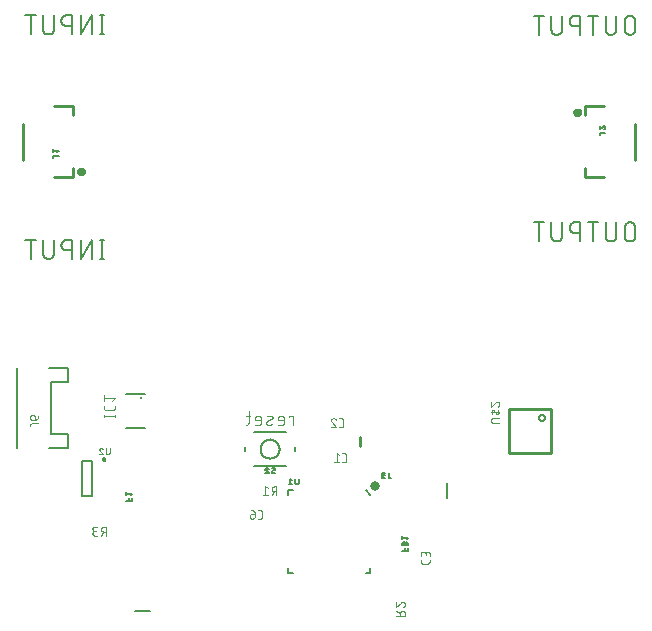
<source format=gbr>
G04 EAGLE Gerber RS-274X export*
G75*
%MOMM*%
%FSLAX34Y34*%
%LPD*%
%INSilkscreen Bottom*%
%IPPOS*%
%AMOC8*
5,1,8,0,0,1.08239X$1,22.5*%
G01*
%ADD10C,0.152400*%
%ADD11C,0.101600*%
%ADD12C,0.254000*%
%ADD13C,0.400000*%
%ADD14C,0.127000*%
%ADD15C,0.203200*%
%ADD16C,0.050800*%
%ADD17C,0.076200*%
%ADD18C,0.824619*%
%ADD19C,0.200000*%
%ADD20C,0.200000*%


D10*
X77718Y527238D02*
X77718Y510982D01*
X75912Y510982D02*
X79525Y510982D01*
X79525Y527238D02*
X75912Y527238D01*
X69208Y527238D02*
X69208Y510982D01*
X60177Y510982D02*
X69208Y527238D01*
X60177Y527238D02*
X60177Y510982D01*
X52324Y510982D02*
X52324Y527238D01*
X47808Y527238D01*
X47675Y527236D01*
X47543Y527230D01*
X47411Y527220D01*
X47279Y527207D01*
X47147Y527189D01*
X47017Y527168D01*
X46886Y527143D01*
X46757Y527114D01*
X46629Y527081D01*
X46501Y527045D01*
X46375Y527005D01*
X46250Y526961D01*
X46126Y526913D01*
X46004Y526862D01*
X45883Y526807D01*
X45764Y526749D01*
X45646Y526687D01*
X45531Y526622D01*
X45417Y526553D01*
X45306Y526482D01*
X45197Y526406D01*
X45090Y526328D01*
X44985Y526247D01*
X44883Y526162D01*
X44783Y526075D01*
X44686Y525985D01*
X44591Y525892D01*
X44500Y525796D01*
X44411Y525698D01*
X44325Y525597D01*
X44242Y525493D01*
X44162Y525387D01*
X44086Y525279D01*
X44012Y525169D01*
X43942Y525056D01*
X43875Y524942D01*
X43812Y524825D01*
X43752Y524707D01*
X43695Y524587D01*
X43642Y524465D01*
X43593Y524342D01*
X43547Y524218D01*
X43505Y524092D01*
X43467Y523965D01*
X43432Y523837D01*
X43401Y523708D01*
X43374Y523579D01*
X43351Y523448D01*
X43331Y523317D01*
X43316Y523185D01*
X43304Y523053D01*
X43296Y522921D01*
X43292Y522788D01*
X43292Y522656D01*
X43296Y522523D01*
X43304Y522391D01*
X43316Y522259D01*
X43331Y522127D01*
X43351Y521996D01*
X43374Y521865D01*
X43401Y521736D01*
X43432Y521607D01*
X43467Y521479D01*
X43505Y521352D01*
X43547Y521226D01*
X43593Y521102D01*
X43642Y520979D01*
X43695Y520857D01*
X43752Y520737D01*
X43812Y520619D01*
X43875Y520502D01*
X43942Y520388D01*
X44012Y520275D01*
X44086Y520165D01*
X44162Y520057D01*
X44242Y519951D01*
X44325Y519847D01*
X44411Y519746D01*
X44500Y519648D01*
X44591Y519552D01*
X44686Y519459D01*
X44783Y519369D01*
X44883Y519282D01*
X44985Y519197D01*
X45090Y519116D01*
X45197Y519038D01*
X45306Y518962D01*
X45417Y518891D01*
X45531Y518822D01*
X45646Y518757D01*
X45764Y518695D01*
X45883Y518637D01*
X46004Y518582D01*
X46126Y518531D01*
X46250Y518483D01*
X46375Y518439D01*
X46501Y518399D01*
X46629Y518363D01*
X46757Y518330D01*
X46886Y518301D01*
X47017Y518276D01*
X47147Y518255D01*
X47279Y518237D01*
X47411Y518224D01*
X47543Y518214D01*
X47675Y518208D01*
X47808Y518206D01*
X47808Y518207D02*
X52324Y518207D01*
X36903Y515498D02*
X36903Y527238D01*
X36904Y515498D02*
X36902Y515365D01*
X36896Y515233D01*
X36886Y515101D01*
X36873Y514969D01*
X36855Y514837D01*
X36834Y514707D01*
X36809Y514576D01*
X36780Y514447D01*
X36747Y514319D01*
X36711Y514191D01*
X36671Y514065D01*
X36627Y513940D01*
X36579Y513816D01*
X36528Y513694D01*
X36473Y513573D01*
X36415Y513454D01*
X36353Y513336D01*
X36288Y513221D01*
X36219Y513107D01*
X36148Y512996D01*
X36072Y512887D01*
X35994Y512780D01*
X35913Y512675D01*
X35828Y512573D01*
X35741Y512473D01*
X35651Y512376D01*
X35558Y512281D01*
X35462Y512190D01*
X35364Y512101D01*
X35263Y512015D01*
X35159Y511932D01*
X35053Y511852D01*
X34945Y511776D01*
X34835Y511702D01*
X34722Y511632D01*
X34608Y511565D01*
X34491Y511502D01*
X34373Y511442D01*
X34253Y511385D01*
X34131Y511332D01*
X34008Y511283D01*
X33884Y511237D01*
X33758Y511195D01*
X33631Y511157D01*
X33503Y511122D01*
X33374Y511091D01*
X33245Y511064D01*
X33114Y511041D01*
X32983Y511021D01*
X32851Y511006D01*
X32719Y510994D01*
X32587Y510986D01*
X32454Y510982D01*
X32322Y510982D01*
X32189Y510986D01*
X32057Y510994D01*
X31925Y511006D01*
X31793Y511021D01*
X31662Y511041D01*
X31531Y511064D01*
X31402Y511091D01*
X31273Y511122D01*
X31145Y511157D01*
X31018Y511195D01*
X30892Y511237D01*
X30768Y511283D01*
X30645Y511332D01*
X30523Y511385D01*
X30403Y511442D01*
X30285Y511502D01*
X30168Y511565D01*
X30054Y511632D01*
X29941Y511702D01*
X29831Y511776D01*
X29723Y511852D01*
X29617Y511932D01*
X29513Y512015D01*
X29412Y512101D01*
X29314Y512190D01*
X29218Y512281D01*
X29125Y512376D01*
X29035Y512473D01*
X28948Y512573D01*
X28863Y512675D01*
X28782Y512780D01*
X28704Y512887D01*
X28628Y512996D01*
X28557Y513107D01*
X28488Y513221D01*
X28423Y513336D01*
X28361Y513454D01*
X28303Y513573D01*
X28248Y513694D01*
X28197Y513816D01*
X28149Y513940D01*
X28105Y514065D01*
X28065Y514191D01*
X28029Y514319D01*
X27996Y514447D01*
X27967Y514576D01*
X27942Y514707D01*
X27921Y514837D01*
X27903Y514969D01*
X27890Y515101D01*
X27880Y515233D01*
X27874Y515365D01*
X27872Y515498D01*
X27872Y527238D01*
X17278Y527238D02*
X17278Y510982D01*
X21793Y527238D02*
X12762Y527238D01*
X529238Y522502D02*
X529238Y515278D01*
X529238Y522502D02*
X529236Y522635D01*
X529230Y522767D01*
X529220Y522899D01*
X529207Y523031D01*
X529189Y523163D01*
X529168Y523293D01*
X529143Y523424D01*
X529114Y523553D01*
X529081Y523681D01*
X529045Y523809D01*
X529005Y523935D01*
X528961Y524060D01*
X528913Y524184D01*
X528862Y524306D01*
X528807Y524427D01*
X528749Y524546D01*
X528687Y524664D01*
X528622Y524779D01*
X528553Y524893D01*
X528482Y525004D01*
X528406Y525113D01*
X528328Y525220D01*
X528247Y525325D01*
X528162Y525427D01*
X528075Y525527D01*
X527985Y525624D01*
X527892Y525719D01*
X527796Y525810D01*
X527698Y525899D01*
X527597Y525985D01*
X527493Y526068D01*
X527387Y526148D01*
X527279Y526224D01*
X527169Y526298D01*
X527056Y526368D01*
X526942Y526435D01*
X526825Y526498D01*
X526707Y526558D01*
X526587Y526615D01*
X526465Y526668D01*
X526342Y526717D01*
X526218Y526763D01*
X526092Y526805D01*
X525965Y526843D01*
X525837Y526878D01*
X525708Y526909D01*
X525579Y526936D01*
X525448Y526959D01*
X525317Y526979D01*
X525185Y526994D01*
X525053Y527006D01*
X524921Y527014D01*
X524788Y527018D01*
X524656Y527018D01*
X524523Y527014D01*
X524391Y527006D01*
X524259Y526994D01*
X524127Y526979D01*
X523996Y526959D01*
X523865Y526936D01*
X523736Y526909D01*
X523607Y526878D01*
X523479Y526843D01*
X523352Y526805D01*
X523226Y526763D01*
X523102Y526717D01*
X522979Y526668D01*
X522857Y526615D01*
X522737Y526558D01*
X522619Y526498D01*
X522502Y526435D01*
X522388Y526368D01*
X522275Y526298D01*
X522165Y526224D01*
X522057Y526148D01*
X521951Y526068D01*
X521847Y525985D01*
X521746Y525899D01*
X521648Y525810D01*
X521552Y525719D01*
X521459Y525624D01*
X521369Y525527D01*
X521282Y525427D01*
X521197Y525325D01*
X521116Y525220D01*
X521038Y525113D01*
X520962Y525004D01*
X520891Y524893D01*
X520822Y524779D01*
X520757Y524664D01*
X520695Y524546D01*
X520637Y524427D01*
X520582Y524306D01*
X520531Y524184D01*
X520483Y524060D01*
X520439Y523935D01*
X520399Y523809D01*
X520363Y523681D01*
X520330Y523553D01*
X520301Y523424D01*
X520276Y523293D01*
X520255Y523163D01*
X520237Y523031D01*
X520224Y522899D01*
X520214Y522767D01*
X520208Y522635D01*
X520206Y522502D01*
X520207Y522502D02*
X520207Y515278D01*
X520206Y515278D02*
X520208Y515145D01*
X520214Y515013D01*
X520224Y514881D01*
X520237Y514749D01*
X520255Y514617D01*
X520276Y514487D01*
X520301Y514356D01*
X520330Y514227D01*
X520363Y514099D01*
X520399Y513971D01*
X520439Y513845D01*
X520483Y513720D01*
X520531Y513596D01*
X520582Y513474D01*
X520637Y513353D01*
X520695Y513234D01*
X520757Y513116D01*
X520822Y513001D01*
X520891Y512887D01*
X520962Y512776D01*
X521038Y512667D01*
X521116Y512560D01*
X521197Y512455D01*
X521282Y512353D01*
X521369Y512253D01*
X521459Y512156D01*
X521552Y512061D01*
X521648Y511970D01*
X521746Y511881D01*
X521847Y511795D01*
X521951Y511712D01*
X522057Y511632D01*
X522165Y511556D01*
X522275Y511482D01*
X522388Y511412D01*
X522502Y511345D01*
X522619Y511282D01*
X522737Y511222D01*
X522857Y511165D01*
X522979Y511112D01*
X523102Y511063D01*
X523226Y511017D01*
X523352Y510975D01*
X523479Y510937D01*
X523607Y510902D01*
X523736Y510871D01*
X523865Y510844D01*
X523996Y510821D01*
X524127Y510801D01*
X524259Y510786D01*
X524391Y510774D01*
X524523Y510766D01*
X524656Y510762D01*
X524788Y510762D01*
X524921Y510766D01*
X525053Y510774D01*
X525185Y510786D01*
X525317Y510801D01*
X525448Y510821D01*
X525579Y510844D01*
X525708Y510871D01*
X525837Y510902D01*
X525965Y510937D01*
X526092Y510975D01*
X526218Y511017D01*
X526342Y511063D01*
X526465Y511112D01*
X526587Y511165D01*
X526707Y511222D01*
X526825Y511282D01*
X526942Y511345D01*
X527056Y511412D01*
X527169Y511482D01*
X527279Y511556D01*
X527387Y511632D01*
X527493Y511712D01*
X527597Y511795D01*
X527698Y511881D01*
X527796Y511970D01*
X527892Y512061D01*
X527985Y512156D01*
X528075Y512253D01*
X528162Y512353D01*
X528247Y512455D01*
X528328Y512560D01*
X528406Y512667D01*
X528482Y512776D01*
X528553Y512887D01*
X528622Y513001D01*
X528687Y513116D01*
X528749Y513234D01*
X528807Y513353D01*
X528862Y513474D01*
X528913Y513596D01*
X528961Y513720D01*
X529005Y513845D01*
X529045Y513971D01*
X529081Y514099D01*
X529114Y514227D01*
X529143Y514356D01*
X529168Y514487D01*
X529189Y514617D01*
X529207Y514749D01*
X529220Y514881D01*
X529230Y515013D01*
X529236Y515145D01*
X529238Y515278D01*
X513086Y515278D02*
X513086Y527018D01*
X513086Y515278D02*
X513084Y515145D01*
X513078Y515013D01*
X513068Y514881D01*
X513055Y514749D01*
X513037Y514617D01*
X513016Y514487D01*
X512991Y514356D01*
X512962Y514227D01*
X512929Y514099D01*
X512893Y513971D01*
X512853Y513845D01*
X512809Y513720D01*
X512761Y513596D01*
X512710Y513474D01*
X512655Y513353D01*
X512597Y513234D01*
X512535Y513116D01*
X512470Y513001D01*
X512401Y512887D01*
X512330Y512776D01*
X512254Y512667D01*
X512176Y512560D01*
X512095Y512455D01*
X512010Y512353D01*
X511923Y512253D01*
X511833Y512156D01*
X511740Y512061D01*
X511644Y511970D01*
X511546Y511881D01*
X511445Y511795D01*
X511341Y511712D01*
X511235Y511632D01*
X511127Y511556D01*
X511017Y511482D01*
X510904Y511412D01*
X510790Y511345D01*
X510673Y511282D01*
X510555Y511222D01*
X510435Y511165D01*
X510313Y511112D01*
X510190Y511063D01*
X510066Y511017D01*
X509940Y510975D01*
X509813Y510937D01*
X509685Y510902D01*
X509556Y510871D01*
X509427Y510844D01*
X509296Y510821D01*
X509165Y510801D01*
X509033Y510786D01*
X508901Y510774D01*
X508769Y510766D01*
X508636Y510762D01*
X508504Y510762D01*
X508371Y510766D01*
X508239Y510774D01*
X508107Y510786D01*
X507975Y510801D01*
X507844Y510821D01*
X507713Y510844D01*
X507584Y510871D01*
X507455Y510902D01*
X507327Y510937D01*
X507200Y510975D01*
X507074Y511017D01*
X506950Y511063D01*
X506827Y511112D01*
X506705Y511165D01*
X506585Y511222D01*
X506467Y511282D01*
X506350Y511345D01*
X506236Y511412D01*
X506123Y511482D01*
X506013Y511556D01*
X505905Y511632D01*
X505799Y511712D01*
X505695Y511795D01*
X505594Y511881D01*
X505496Y511970D01*
X505400Y512061D01*
X505307Y512156D01*
X505217Y512253D01*
X505130Y512353D01*
X505045Y512455D01*
X504964Y512560D01*
X504886Y512667D01*
X504810Y512776D01*
X504739Y512887D01*
X504670Y513001D01*
X504605Y513116D01*
X504543Y513234D01*
X504485Y513353D01*
X504430Y513474D01*
X504379Y513596D01*
X504331Y513720D01*
X504287Y513845D01*
X504247Y513971D01*
X504211Y514099D01*
X504178Y514227D01*
X504149Y514356D01*
X504124Y514487D01*
X504103Y514617D01*
X504085Y514749D01*
X504072Y514881D01*
X504062Y515013D01*
X504056Y515145D01*
X504054Y515278D01*
X504055Y515278D02*
X504055Y527018D01*
X493460Y527018D02*
X493460Y510762D01*
X497976Y527018D02*
X488944Y527018D01*
X482654Y527018D02*
X482654Y510762D01*
X482654Y527018D02*
X478139Y527018D01*
X478006Y527016D01*
X477874Y527010D01*
X477742Y527000D01*
X477610Y526987D01*
X477478Y526969D01*
X477348Y526948D01*
X477217Y526923D01*
X477088Y526894D01*
X476960Y526861D01*
X476832Y526825D01*
X476706Y526785D01*
X476581Y526741D01*
X476457Y526693D01*
X476335Y526642D01*
X476214Y526587D01*
X476095Y526529D01*
X475977Y526467D01*
X475862Y526402D01*
X475748Y526333D01*
X475637Y526262D01*
X475528Y526186D01*
X475421Y526108D01*
X475316Y526027D01*
X475214Y525942D01*
X475114Y525855D01*
X475017Y525765D01*
X474922Y525672D01*
X474831Y525576D01*
X474742Y525478D01*
X474656Y525377D01*
X474573Y525273D01*
X474493Y525167D01*
X474417Y525059D01*
X474343Y524949D01*
X474273Y524836D01*
X474206Y524722D01*
X474143Y524605D01*
X474083Y524487D01*
X474026Y524367D01*
X473973Y524245D01*
X473924Y524122D01*
X473878Y523998D01*
X473836Y523872D01*
X473798Y523745D01*
X473763Y523617D01*
X473732Y523488D01*
X473705Y523359D01*
X473682Y523228D01*
X473662Y523097D01*
X473647Y522965D01*
X473635Y522833D01*
X473627Y522701D01*
X473623Y522568D01*
X473623Y522436D01*
X473627Y522303D01*
X473635Y522171D01*
X473647Y522039D01*
X473662Y521907D01*
X473682Y521776D01*
X473705Y521645D01*
X473732Y521516D01*
X473763Y521387D01*
X473798Y521259D01*
X473836Y521132D01*
X473878Y521006D01*
X473924Y520882D01*
X473973Y520759D01*
X474026Y520637D01*
X474083Y520517D01*
X474143Y520399D01*
X474206Y520282D01*
X474273Y520168D01*
X474343Y520055D01*
X474417Y519945D01*
X474493Y519837D01*
X474573Y519731D01*
X474656Y519627D01*
X474742Y519526D01*
X474831Y519428D01*
X474922Y519332D01*
X475017Y519239D01*
X475114Y519149D01*
X475214Y519062D01*
X475316Y518977D01*
X475421Y518896D01*
X475528Y518818D01*
X475637Y518742D01*
X475748Y518671D01*
X475862Y518602D01*
X475977Y518537D01*
X476095Y518475D01*
X476214Y518417D01*
X476335Y518362D01*
X476457Y518311D01*
X476581Y518263D01*
X476706Y518219D01*
X476832Y518179D01*
X476960Y518143D01*
X477088Y518110D01*
X477217Y518081D01*
X477348Y518056D01*
X477478Y518035D01*
X477610Y518017D01*
X477742Y518004D01*
X477874Y517994D01*
X478006Y517988D01*
X478139Y517986D01*
X478139Y517987D02*
X482654Y517987D01*
X467234Y515278D02*
X467234Y527018D01*
X467234Y515278D02*
X467232Y515145D01*
X467226Y515013D01*
X467216Y514881D01*
X467203Y514749D01*
X467185Y514617D01*
X467164Y514487D01*
X467139Y514356D01*
X467110Y514227D01*
X467077Y514099D01*
X467041Y513971D01*
X467001Y513845D01*
X466957Y513720D01*
X466909Y513596D01*
X466858Y513474D01*
X466803Y513353D01*
X466745Y513234D01*
X466683Y513116D01*
X466618Y513001D01*
X466549Y512887D01*
X466478Y512776D01*
X466402Y512667D01*
X466324Y512560D01*
X466243Y512455D01*
X466158Y512353D01*
X466071Y512253D01*
X465981Y512156D01*
X465888Y512061D01*
X465792Y511970D01*
X465694Y511881D01*
X465593Y511795D01*
X465489Y511712D01*
X465383Y511632D01*
X465275Y511556D01*
X465165Y511482D01*
X465052Y511412D01*
X464938Y511345D01*
X464821Y511282D01*
X464703Y511222D01*
X464583Y511165D01*
X464461Y511112D01*
X464338Y511063D01*
X464214Y511017D01*
X464088Y510975D01*
X463961Y510937D01*
X463833Y510902D01*
X463704Y510871D01*
X463575Y510844D01*
X463444Y510821D01*
X463313Y510801D01*
X463181Y510786D01*
X463049Y510774D01*
X462917Y510766D01*
X462784Y510762D01*
X462652Y510762D01*
X462519Y510766D01*
X462387Y510774D01*
X462255Y510786D01*
X462123Y510801D01*
X461992Y510821D01*
X461861Y510844D01*
X461732Y510871D01*
X461603Y510902D01*
X461475Y510937D01*
X461348Y510975D01*
X461222Y511017D01*
X461098Y511063D01*
X460975Y511112D01*
X460853Y511165D01*
X460733Y511222D01*
X460615Y511282D01*
X460498Y511345D01*
X460384Y511412D01*
X460271Y511482D01*
X460161Y511556D01*
X460053Y511632D01*
X459947Y511712D01*
X459843Y511795D01*
X459742Y511881D01*
X459644Y511970D01*
X459548Y512061D01*
X459455Y512156D01*
X459365Y512253D01*
X459278Y512353D01*
X459193Y512455D01*
X459112Y512560D01*
X459034Y512667D01*
X458958Y512776D01*
X458887Y512887D01*
X458818Y513001D01*
X458753Y513116D01*
X458691Y513234D01*
X458633Y513353D01*
X458578Y513474D01*
X458527Y513596D01*
X458479Y513720D01*
X458435Y513845D01*
X458395Y513971D01*
X458359Y514099D01*
X458326Y514227D01*
X458297Y514356D01*
X458272Y514487D01*
X458251Y514617D01*
X458233Y514749D01*
X458220Y514881D01*
X458210Y515013D01*
X458204Y515145D01*
X458202Y515278D01*
X458203Y515278D02*
X458203Y527018D01*
X447608Y527018D02*
X447608Y510762D01*
X452124Y527018D02*
X443093Y527018D01*
D11*
X239492Y188297D02*
X239492Y180508D01*
X239492Y188297D02*
X235597Y188297D01*
X235597Y186999D01*
X229991Y180508D02*
X226746Y180508D01*
X229991Y180508D02*
X230078Y180510D01*
X230166Y180516D01*
X230252Y180526D01*
X230339Y180539D01*
X230424Y180557D01*
X230509Y180578D01*
X230593Y180603D01*
X230675Y180632D01*
X230756Y180665D01*
X230836Y180701D01*
X230914Y180740D01*
X230990Y180784D01*
X231064Y180830D01*
X231135Y180880D01*
X231205Y180933D01*
X231272Y180989D01*
X231336Y181048D01*
X231398Y181110D01*
X231457Y181174D01*
X231513Y181241D01*
X231566Y181311D01*
X231616Y181382D01*
X231662Y181456D01*
X231706Y181532D01*
X231745Y181610D01*
X231781Y181690D01*
X231814Y181771D01*
X231843Y181853D01*
X231868Y181937D01*
X231889Y182022D01*
X231907Y182107D01*
X231920Y182194D01*
X231930Y182280D01*
X231936Y182368D01*
X231938Y182455D01*
X231938Y185701D01*
X231936Y185802D01*
X231930Y185902D01*
X231920Y186002D01*
X231907Y186102D01*
X231889Y186201D01*
X231868Y186300D01*
X231843Y186397D01*
X231814Y186494D01*
X231781Y186589D01*
X231745Y186683D01*
X231705Y186775D01*
X231662Y186866D01*
X231615Y186955D01*
X231565Y187042D01*
X231511Y187128D01*
X231454Y187211D01*
X231394Y187291D01*
X231331Y187370D01*
X231264Y187446D01*
X231195Y187519D01*
X231123Y187589D01*
X231049Y187657D01*
X230972Y187722D01*
X230892Y187783D01*
X230810Y187842D01*
X230726Y187897D01*
X230640Y187949D01*
X230552Y187998D01*
X230462Y188043D01*
X230370Y188085D01*
X230277Y188123D01*
X230182Y188157D01*
X230087Y188188D01*
X229990Y188215D01*
X229892Y188238D01*
X229793Y188258D01*
X229693Y188273D01*
X229593Y188285D01*
X229493Y188293D01*
X229392Y188297D01*
X229292Y188297D01*
X229191Y188293D01*
X229091Y188285D01*
X228991Y188273D01*
X228891Y188258D01*
X228792Y188238D01*
X228694Y188215D01*
X228597Y188188D01*
X228502Y188157D01*
X228407Y188123D01*
X228314Y188085D01*
X228222Y188043D01*
X228132Y187998D01*
X228044Y187949D01*
X227958Y187897D01*
X227874Y187842D01*
X227792Y187783D01*
X227712Y187722D01*
X227635Y187657D01*
X227561Y187589D01*
X227489Y187519D01*
X227420Y187446D01*
X227353Y187370D01*
X227290Y187291D01*
X227230Y187211D01*
X227173Y187128D01*
X227119Y187042D01*
X227069Y186955D01*
X227022Y186866D01*
X226979Y186775D01*
X226939Y186683D01*
X226903Y186589D01*
X226870Y186494D01*
X226841Y186397D01*
X226816Y186300D01*
X226795Y186201D01*
X226777Y186102D01*
X226764Y186002D01*
X226754Y185902D01*
X226748Y185802D01*
X226746Y185701D01*
X226746Y184403D01*
X231938Y184403D01*
X221059Y185052D02*
X217813Y183754D01*
X221059Y185051D02*
X221134Y185084D01*
X221208Y185120D01*
X221280Y185159D01*
X221350Y185202D01*
X221417Y185248D01*
X221483Y185298D01*
X221545Y185350D01*
X221606Y185406D01*
X221663Y185464D01*
X221718Y185525D01*
X221769Y185589D01*
X221817Y185655D01*
X221862Y185724D01*
X221904Y185794D01*
X221942Y185867D01*
X221977Y185941D01*
X222008Y186017D01*
X222035Y186094D01*
X222058Y186173D01*
X222078Y186252D01*
X222093Y186333D01*
X222105Y186414D01*
X222113Y186496D01*
X222117Y186577D01*
X222116Y186659D01*
X222112Y186741D01*
X222104Y186823D01*
X222092Y186904D01*
X222076Y186984D01*
X222056Y187064D01*
X222032Y187142D01*
X222004Y187219D01*
X221973Y187295D01*
X221938Y187369D01*
X221900Y187441D01*
X221858Y187512D01*
X221812Y187580D01*
X221764Y187646D01*
X221712Y187709D01*
X221657Y187770D01*
X221599Y187828D01*
X221539Y187884D01*
X221476Y187936D01*
X221410Y187985D01*
X221342Y188031D01*
X221272Y188073D01*
X221200Y188113D01*
X221126Y188148D01*
X221051Y188180D01*
X220974Y188208D01*
X220896Y188232D01*
X220816Y188253D01*
X220736Y188270D01*
X220655Y188282D01*
X220574Y188291D01*
X220492Y188296D01*
X220410Y188297D01*
X220233Y188293D01*
X220056Y188284D01*
X219879Y188270D01*
X219702Y188253D01*
X219527Y188231D01*
X219351Y188206D01*
X219177Y188175D01*
X219003Y188141D01*
X218830Y188103D01*
X218658Y188060D01*
X218487Y188013D01*
X218317Y187963D01*
X218148Y187908D01*
X217981Y187849D01*
X217816Y187786D01*
X217651Y187719D01*
X217489Y187648D01*
X217813Y183754D02*
X217738Y183721D01*
X217664Y183685D01*
X217592Y183646D01*
X217522Y183603D01*
X217455Y183557D01*
X217389Y183507D01*
X217327Y183455D01*
X217266Y183399D01*
X217209Y183341D01*
X217154Y183280D01*
X217103Y183216D01*
X217055Y183150D01*
X217010Y183081D01*
X216968Y183011D01*
X216930Y182938D01*
X216895Y182864D01*
X216864Y182788D01*
X216837Y182711D01*
X216814Y182632D01*
X216794Y182553D01*
X216779Y182472D01*
X216767Y182391D01*
X216759Y182309D01*
X216755Y182228D01*
X216756Y182146D01*
X216760Y182064D01*
X216768Y181982D01*
X216780Y181901D01*
X216796Y181821D01*
X216816Y181741D01*
X216840Y181663D01*
X216868Y181586D01*
X216899Y181510D01*
X216934Y181436D01*
X216972Y181364D01*
X217014Y181293D01*
X217060Y181225D01*
X217108Y181159D01*
X217160Y181096D01*
X217215Y181035D01*
X217273Y180977D01*
X217333Y180921D01*
X217396Y180869D01*
X217462Y180820D01*
X217530Y180774D01*
X217600Y180732D01*
X217672Y180692D01*
X217746Y180657D01*
X217821Y180625D01*
X217898Y180597D01*
X217976Y180573D01*
X218056Y180552D01*
X218136Y180535D01*
X218217Y180523D01*
X218298Y180514D01*
X218380Y180509D01*
X218462Y180508D01*
X218722Y180515D01*
X218982Y180528D01*
X219242Y180547D01*
X219501Y180572D01*
X219760Y180604D01*
X220017Y180641D01*
X220274Y180685D01*
X220530Y180734D01*
X220784Y180790D01*
X221037Y180851D01*
X221288Y180919D01*
X221538Y180993D01*
X221786Y181072D01*
X222032Y181157D01*
X210179Y180508D02*
X206934Y180508D01*
X210179Y180508D02*
X210266Y180510D01*
X210354Y180516D01*
X210440Y180526D01*
X210527Y180539D01*
X210612Y180557D01*
X210697Y180578D01*
X210781Y180603D01*
X210863Y180632D01*
X210944Y180665D01*
X211024Y180701D01*
X211102Y180740D01*
X211178Y180784D01*
X211252Y180830D01*
X211323Y180880D01*
X211393Y180933D01*
X211460Y180989D01*
X211524Y181048D01*
X211586Y181110D01*
X211645Y181174D01*
X211701Y181241D01*
X211754Y181311D01*
X211804Y181382D01*
X211850Y181456D01*
X211894Y181532D01*
X211933Y181610D01*
X211969Y181690D01*
X212002Y181771D01*
X212031Y181853D01*
X212056Y181937D01*
X212077Y182022D01*
X212095Y182107D01*
X212108Y182194D01*
X212118Y182280D01*
X212124Y182368D01*
X212126Y182455D01*
X212126Y185701D01*
X212124Y185802D01*
X212118Y185902D01*
X212108Y186002D01*
X212095Y186102D01*
X212077Y186201D01*
X212056Y186300D01*
X212031Y186397D01*
X212002Y186494D01*
X211969Y186589D01*
X211933Y186683D01*
X211893Y186775D01*
X211850Y186866D01*
X211803Y186955D01*
X211753Y187042D01*
X211699Y187128D01*
X211642Y187211D01*
X211582Y187291D01*
X211519Y187370D01*
X211452Y187446D01*
X211383Y187519D01*
X211311Y187589D01*
X211237Y187657D01*
X211160Y187722D01*
X211080Y187783D01*
X210998Y187842D01*
X210914Y187897D01*
X210828Y187949D01*
X210740Y187998D01*
X210650Y188043D01*
X210558Y188085D01*
X210465Y188123D01*
X210370Y188157D01*
X210275Y188188D01*
X210178Y188215D01*
X210080Y188238D01*
X209981Y188258D01*
X209881Y188273D01*
X209781Y188285D01*
X209681Y188293D01*
X209580Y188297D01*
X209480Y188297D01*
X209379Y188293D01*
X209279Y188285D01*
X209179Y188273D01*
X209079Y188258D01*
X208980Y188238D01*
X208882Y188215D01*
X208785Y188188D01*
X208690Y188157D01*
X208595Y188123D01*
X208502Y188085D01*
X208410Y188043D01*
X208320Y187998D01*
X208232Y187949D01*
X208146Y187897D01*
X208062Y187842D01*
X207980Y187783D01*
X207900Y187722D01*
X207823Y187657D01*
X207749Y187589D01*
X207677Y187519D01*
X207608Y187446D01*
X207541Y187370D01*
X207478Y187291D01*
X207418Y187211D01*
X207361Y187128D01*
X207307Y187042D01*
X207257Y186955D01*
X207210Y186866D01*
X207167Y186775D01*
X207127Y186683D01*
X207091Y186589D01*
X207058Y186494D01*
X207029Y186397D01*
X207004Y186300D01*
X206983Y186201D01*
X206965Y186102D01*
X206952Y186002D01*
X206942Y185902D01*
X206936Y185802D01*
X206934Y185701D01*
X206934Y184403D01*
X212126Y184403D01*
X203188Y188297D02*
X199293Y188297D01*
X201889Y192192D02*
X201889Y182455D01*
X201887Y182368D01*
X201881Y182280D01*
X201871Y182194D01*
X201858Y182107D01*
X201840Y182022D01*
X201819Y181937D01*
X201794Y181853D01*
X201765Y181771D01*
X201732Y181690D01*
X201696Y181610D01*
X201657Y181532D01*
X201613Y181456D01*
X201567Y181382D01*
X201517Y181311D01*
X201464Y181241D01*
X201408Y181174D01*
X201349Y181110D01*
X201287Y181048D01*
X201223Y180989D01*
X201156Y180933D01*
X201086Y180880D01*
X201015Y180830D01*
X200941Y180784D01*
X200865Y180740D01*
X200787Y180701D01*
X200707Y180665D01*
X200626Y180632D01*
X200544Y180603D01*
X200460Y180578D01*
X200375Y180557D01*
X200290Y180539D01*
X200203Y180526D01*
X200117Y180516D01*
X200029Y180510D01*
X199942Y180508D01*
X199293Y180508D01*
D10*
X529238Y340278D02*
X529238Y347502D01*
X529236Y347635D01*
X529230Y347767D01*
X529220Y347899D01*
X529207Y348031D01*
X529189Y348163D01*
X529168Y348293D01*
X529143Y348424D01*
X529114Y348553D01*
X529081Y348681D01*
X529045Y348809D01*
X529005Y348935D01*
X528961Y349060D01*
X528913Y349184D01*
X528862Y349306D01*
X528807Y349427D01*
X528749Y349546D01*
X528687Y349664D01*
X528622Y349779D01*
X528553Y349893D01*
X528482Y350004D01*
X528406Y350113D01*
X528328Y350220D01*
X528247Y350325D01*
X528162Y350427D01*
X528075Y350527D01*
X527985Y350624D01*
X527892Y350719D01*
X527796Y350810D01*
X527698Y350899D01*
X527597Y350985D01*
X527493Y351068D01*
X527387Y351148D01*
X527279Y351224D01*
X527169Y351298D01*
X527056Y351368D01*
X526942Y351435D01*
X526825Y351498D01*
X526707Y351558D01*
X526587Y351615D01*
X526465Y351668D01*
X526342Y351717D01*
X526218Y351763D01*
X526092Y351805D01*
X525965Y351843D01*
X525837Y351878D01*
X525708Y351909D01*
X525579Y351936D01*
X525448Y351959D01*
X525317Y351979D01*
X525185Y351994D01*
X525053Y352006D01*
X524921Y352014D01*
X524788Y352018D01*
X524656Y352018D01*
X524523Y352014D01*
X524391Y352006D01*
X524259Y351994D01*
X524127Y351979D01*
X523996Y351959D01*
X523865Y351936D01*
X523736Y351909D01*
X523607Y351878D01*
X523479Y351843D01*
X523352Y351805D01*
X523226Y351763D01*
X523102Y351717D01*
X522979Y351668D01*
X522857Y351615D01*
X522737Y351558D01*
X522619Y351498D01*
X522502Y351435D01*
X522388Y351368D01*
X522275Y351298D01*
X522165Y351224D01*
X522057Y351148D01*
X521951Y351068D01*
X521847Y350985D01*
X521746Y350899D01*
X521648Y350810D01*
X521552Y350719D01*
X521459Y350624D01*
X521369Y350527D01*
X521282Y350427D01*
X521197Y350325D01*
X521116Y350220D01*
X521038Y350113D01*
X520962Y350004D01*
X520891Y349893D01*
X520822Y349779D01*
X520757Y349664D01*
X520695Y349546D01*
X520637Y349427D01*
X520582Y349306D01*
X520531Y349184D01*
X520483Y349060D01*
X520439Y348935D01*
X520399Y348809D01*
X520363Y348681D01*
X520330Y348553D01*
X520301Y348424D01*
X520276Y348293D01*
X520255Y348163D01*
X520237Y348031D01*
X520224Y347899D01*
X520214Y347767D01*
X520208Y347635D01*
X520206Y347502D01*
X520207Y347502D02*
X520207Y340278D01*
X520206Y340278D02*
X520208Y340145D01*
X520214Y340013D01*
X520224Y339881D01*
X520237Y339749D01*
X520255Y339617D01*
X520276Y339487D01*
X520301Y339356D01*
X520330Y339227D01*
X520363Y339099D01*
X520399Y338971D01*
X520439Y338845D01*
X520483Y338720D01*
X520531Y338596D01*
X520582Y338474D01*
X520637Y338353D01*
X520695Y338234D01*
X520757Y338116D01*
X520822Y338001D01*
X520891Y337887D01*
X520962Y337776D01*
X521038Y337667D01*
X521116Y337560D01*
X521197Y337455D01*
X521282Y337353D01*
X521369Y337253D01*
X521459Y337156D01*
X521552Y337061D01*
X521648Y336970D01*
X521746Y336881D01*
X521847Y336795D01*
X521951Y336712D01*
X522057Y336632D01*
X522165Y336556D01*
X522275Y336482D01*
X522388Y336412D01*
X522502Y336345D01*
X522619Y336282D01*
X522737Y336222D01*
X522857Y336165D01*
X522979Y336112D01*
X523102Y336063D01*
X523226Y336017D01*
X523352Y335975D01*
X523479Y335937D01*
X523607Y335902D01*
X523736Y335871D01*
X523865Y335844D01*
X523996Y335821D01*
X524127Y335801D01*
X524259Y335786D01*
X524391Y335774D01*
X524523Y335766D01*
X524656Y335762D01*
X524788Y335762D01*
X524921Y335766D01*
X525053Y335774D01*
X525185Y335786D01*
X525317Y335801D01*
X525448Y335821D01*
X525579Y335844D01*
X525708Y335871D01*
X525837Y335902D01*
X525965Y335937D01*
X526092Y335975D01*
X526218Y336017D01*
X526342Y336063D01*
X526465Y336112D01*
X526587Y336165D01*
X526707Y336222D01*
X526825Y336282D01*
X526942Y336345D01*
X527056Y336412D01*
X527169Y336482D01*
X527279Y336556D01*
X527387Y336632D01*
X527493Y336712D01*
X527597Y336795D01*
X527698Y336881D01*
X527796Y336970D01*
X527892Y337061D01*
X527985Y337156D01*
X528075Y337253D01*
X528162Y337353D01*
X528247Y337455D01*
X528328Y337560D01*
X528406Y337667D01*
X528482Y337776D01*
X528553Y337887D01*
X528622Y338001D01*
X528687Y338116D01*
X528749Y338234D01*
X528807Y338353D01*
X528862Y338474D01*
X528913Y338596D01*
X528961Y338720D01*
X529005Y338845D01*
X529045Y338971D01*
X529081Y339099D01*
X529114Y339227D01*
X529143Y339356D01*
X529168Y339487D01*
X529189Y339617D01*
X529207Y339749D01*
X529220Y339881D01*
X529230Y340013D01*
X529236Y340145D01*
X529238Y340278D01*
X513086Y340278D02*
X513086Y352018D01*
X513086Y340278D02*
X513084Y340145D01*
X513078Y340013D01*
X513068Y339881D01*
X513055Y339749D01*
X513037Y339617D01*
X513016Y339487D01*
X512991Y339356D01*
X512962Y339227D01*
X512929Y339099D01*
X512893Y338971D01*
X512853Y338845D01*
X512809Y338720D01*
X512761Y338596D01*
X512710Y338474D01*
X512655Y338353D01*
X512597Y338234D01*
X512535Y338116D01*
X512470Y338001D01*
X512401Y337887D01*
X512330Y337776D01*
X512254Y337667D01*
X512176Y337560D01*
X512095Y337455D01*
X512010Y337353D01*
X511923Y337253D01*
X511833Y337156D01*
X511740Y337061D01*
X511644Y336970D01*
X511546Y336881D01*
X511445Y336795D01*
X511341Y336712D01*
X511235Y336632D01*
X511127Y336556D01*
X511017Y336482D01*
X510904Y336412D01*
X510790Y336345D01*
X510673Y336282D01*
X510555Y336222D01*
X510435Y336165D01*
X510313Y336112D01*
X510190Y336063D01*
X510066Y336017D01*
X509940Y335975D01*
X509813Y335937D01*
X509685Y335902D01*
X509556Y335871D01*
X509427Y335844D01*
X509296Y335821D01*
X509165Y335801D01*
X509033Y335786D01*
X508901Y335774D01*
X508769Y335766D01*
X508636Y335762D01*
X508504Y335762D01*
X508371Y335766D01*
X508239Y335774D01*
X508107Y335786D01*
X507975Y335801D01*
X507844Y335821D01*
X507713Y335844D01*
X507584Y335871D01*
X507455Y335902D01*
X507327Y335937D01*
X507200Y335975D01*
X507074Y336017D01*
X506950Y336063D01*
X506827Y336112D01*
X506705Y336165D01*
X506585Y336222D01*
X506467Y336282D01*
X506350Y336345D01*
X506236Y336412D01*
X506123Y336482D01*
X506013Y336556D01*
X505905Y336632D01*
X505799Y336712D01*
X505695Y336795D01*
X505594Y336881D01*
X505496Y336970D01*
X505400Y337061D01*
X505307Y337156D01*
X505217Y337253D01*
X505130Y337353D01*
X505045Y337455D01*
X504964Y337560D01*
X504886Y337667D01*
X504810Y337776D01*
X504739Y337887D01*
X504670Y338001D01*
X504605Y338116D01*
X504543Y338234D01*
X504485Y338353D01*
X504430Y338474D01*
X504379Y338596D01*
X504331Y338720D01*
X504287Y338845D01*
X504247Y338971D01*
X504211Y339099D01*
X504178Y339227D01*
X504149Y339356D01*
X504124Y339487D01*
X504103Y339617D01*
X504085Y339749D01*
X504072Y339881D01*
X504062Y340013D01*
X504056Y340145D01*
X504054Y340278D01*
X504055Y340278D02*
X504055Y352018D01*
X493460Y352018D02*
X493460Y335762D01*
X497976Y352018D02*
X488944Y352018D01*
X482654Y352018D02*
X482654Y335762D01*
X482654Y352018D02*
X478139Y352018D01*
X478006Y352016D01*
X477874Y352010D01*
X477742Y352000D01*
X477610Y351987D01*
X477478Y351969D01*
X477348Y351948D01*
X477217Y351923D01*
X477088Y351894D01*
X476960Y351861D01*
X476832Y351825D01*
X476706Y351785D01*
X476581Y351741D01*
X476457Y351693D01*
X476335Y351642D01*
X476214Y351587D01*
X476095Y351529D01*
X475977Y351467D01*
X475862Y351402D01*
X475748Y351333D01*
X475637Y351262D01*
X475528Y351186D01*
X475421Y351108D01*
X475316Y351027D01*
X475214Y350942D01*
X475114Y350855D01*
X475017Y350765D01*
X474922Y350672D01*
X474831Y350576D01*
X474742Y350478D01*
X474656Y350377D01*
X474573Y350273D01*
X474493Y350167D01*
X474417Y350059D01*
X474343Y349949D01*
X474273Y349836D01*
X474206Y349722D01*
X474143Y349605D01*
X474083Y349487D01*
X474026Y349367D01*
X473973Y349245D01*
X473924Y349122D01*
X473878Y348998D01*
X473836Y348872D01*
X473798Y348745D01*
X473763Y348617D01*
X473732Y348488D01*
X473705Y348359D01*
X473682Y348228D01*
X473662Y348097D01*
X473647Y347965D01*
X473635Y347833D01*
X473627Y347701D01*
X473623Y347568D01*
X473623Y347436D01*
X473627Y347303D01*
X473635Y347171D01*
X473647Y347039D01*
X473662Y346907D01*
X473682Y346776D01*
X473705Y346645D01*
X473732Y346516D01*
X473763Y346387D01*
X473798Y346259D01*
X473836Y346132D01*
X473878Y346006D01*
X473924Y345882D01*
X473973Y345759D01*
X474026Y345637D01*
X474083Y345517D01*
X474143Y345399D01*
X474206Y345282D01*
X474273Y345168D01*
X474343Y345055D01*
X474417Y344945D01*
X474493Y344837D01*
X474573Y344731D01*
X474656Y344627D01*
X474742Y344526D01*
X474831Y344428D01*
X474922Y344332D01*
X475017Y344239D01*
X475114Y344149D01*
X475214Y344062D01*
X475316Y343977D01*
X475421Y343896D01*
X475528Y343818D01*
X475637Y343742D01*
X475748Y343671D01*
X475862Y343602D01*
X475977Y343537D01*
X476095Y343475D01*
X476214Y343417D01*
X476335Y343362D01*
X476457Y343311D01*
X476581Y343263D01*
X476706Y343219D01*
X476832Y343179D01*
X476960Y343143D01*
X477088Y343110D01*
X477217Y343081D01*
X477348Y343056D01*
X477478Y343035D01*
X477610Y343017D01*
X477742Y343004D01*
X477874Y342994D01*
X478006Y342988D01*
X478139Y342986D01*
X478139Y342987D02*
X482654Y342987D01*
X467234Y340278D02*
X467234Y352018D01*
X467234Y340278D02*
X467232Y340145D01*
X467226Y340013D01*
X467216Y339881D01*
X467203Y339749D01*
X467185Y339617D01*
X467164Y339487D01*
X467139Y339356D01*
X467110Y339227D01*
X467077Y339099D01*
X467041Y338971D01*
X467001Y338845D01*
X466957Y338720D01*
X466909Y338596D01*
X466858Y338474D01*
X466803Y338353D01*
X466745Y338234D01*
X466683Y338116D01*
X466618Y338001D01*
X466549Y337887D01*
X466478Y337776D01*
X466402Y337667D01*
X466324Y337560D01*
X466243Y337455D01*
X466158Y337353D01*
X466071Y337253D01*
X465981Y337156D01*
X465888Y337061D01*
X465792Y336970D01*
X465694Y336881D01*
X465593Y336795D01*
X465489Y336712D01*
X465383Y336632D01*
X465275Y336556D01*
X465165Y336482D01*
X465052Y336412D01*
X464938Y336345D01*
X464821Y336282D01*
X464703Y336222D01*
X464583Y336165D01*
X464461Y336112D01*
X464338Y336063D01*
X464214Y336017D01*
X464088Y335975D01*
X463961Y335937D01*
X463833Y335902D01*
X463704Y335871D01*
X463575Y335844D01*
X463444Y335821D01*
X463313Y335801D01*
X463181Y335786D01*
X463049Y335774D01*
X462917Y335766D01*
X462784Y335762D01*
X462652Y335762D01*
X462519Y335766D01*
X462387Y335774D01*
X462255Y335786D01*
X462123Y335801D01*
X461992Y335821D01*
X461861Y335844D01*
X461732Y335871D01*
X461603Y335902D01*
X461475Y335937D01*
X461348Y335975D01*
X461222Y336017D01*
X461098Y336063D01*
X460975Y336112D01*
X460853Y336165D01*
X460733Y336222D01*
X460615Y336282D01*
X460498Y336345D01*
X460384Y336412D01*
X460271Y336482D01*
X460161Y336556D01*
X460053Y336632D01*
X459947Y336712D01*
X459843Y336795D01*
X459742Y336881D01*
X459644Y336970D01*
X459548Y337061D01*
X459455Y337156D01*
X459365Y337253D01*
X459278Y337353D01*
X459193Y337455D01*
X459112Y337560D01*
X459034Y337667D01*
X458958Y337776D01*
X458887Y337887D01*
X458818Y338001D01*
X458753Y338116D01*
X458691Y338234D01*
X458633Y338353D01*
X458578Y338474D01*
X458527Y338596D01*
X458479Y338720D01*
X458435Y338845D01*
X458395Y338971D01*
X458359Y339099D01*
X458326Y339227D01*
X458297Y339356D01*
X458272Y339487D01*
X458251Y339617D01*
X458233Y339749D01*
X458220Y339881D01*
X458210Y340013D01*
X458204Y340145D01*
X458202Y340278D01*
X458203Y340278D02*
X458203Y352018D01*
X447608Y352018D02*
X447608Y335762D01*
X452124Y352018D02*
X443093Y352018D01*
X77718Y337238D02*
X77718Y320982D01*
X75912Y320982D02*
X79525Y320982D01*
X79525Y337238D02*
X75912Y337238D01*
X69208Y337238D02*
X69208Y320982D01*
X60177Y320982D02*
X69208Y337238D01*
X60177Y337238D02*
X60177Y320982D01*
X52324Y320982D02*
X52324Y337238D01*
X47808Y337238D01*
X47675Y337236D01*
X47543Y337230D01*
X47411Y337220D01*
X47279Y337207D01*
X47147Y337189D01*
X47017Y337168D01*
X46886Y337143D01*
X46757Y337114D01*
X46629Y337081D01*
X46501Y337045D01*
X46375Y337005D01*
X46250Y336961D01*
X46126Y336913D01*
X46004Y336862D01*
X45883Y336807D01*
X45764Y336749D01*
X45646Y336687D01*
X45531Y336622D01*
X45417Y336553D01*
X45306Y336482D01*
X45197Y336406D01*
X45090Y336328D01*
X44985Y336247D01*
X44883Y336162D01*
X44783Y336075D01*
X44686Y335985D01*
X44591Y335892D01*
X44500Y335796D01*
X44411Y335698D01*
X44325Y335597D01*
X44242Y335493D01*
X44162Y335387D01*
X44086Y335279D01*
X44012Y335169D01*
X43942Y335056D01*
X43875Y334942D01*
X43812Y334825D01*
X43752Y334707D01*
X43695Y334587D01*
X43642Y334465D01*
X43593Y334342D01*
X43547Y334218D01*
X43505Y334092D01*
X43467Y333965D01*
X43432Y333837D01*
X43401Y333708D01*
X43374Y333579D01*
X43351Y333448D01*
X43331Y333317D01*
X43316Y333185D01*
X43304Y333053D01*
X43296Y332921D01*
X43292Y332788D01*
X43292Y332656D01*
X43296Y332523D01*
X43304Y332391D01*
X43316Y332259D01*
X43331Y332127D01*
X43351Y331996D01*
X43374Y331865D01*
X43401Y331736D01*
X43432Y331607D01*
X43467Y331479D01*
X43505Y331352D01*
X43547Y331226D01*
X43593Y331102D01*
X43642Y330979D01*
X43695Y330857D01*
X43752Y330737D01*
X43812Y330619D01*
X43875Y330502D01*
X43942Y330388D01*
X44012Y330275D01*
X44086Y330165D01*
X44162Y330057D01*
X44242Y329951D01*
X44325Y329847D01*
X44411Y329746D01*
X44500Y329648D01*
X44591Y329552D01*
X44686Y329459D01*
X44783Y329369D01*
X44883Y329282D01*
X44985Y329197D01*
X45090Y329116D01*
X45197Y329038D01*
X45306Y328962D01*
X45417Y328891D01*
X45531Y328822D01*
X45646Y328757D01*
X45764Y328695D01*
X45883Y328637D01*
X46004Y328582D01*
X46126Y328531D01*
X46250Y328483D01*
X46375Y328439D01*
X46501Y328399D01*
X46629Y328363D01*
X46757Y328330D01*
X46886Y328301D01*
X47017Y328276D01*
X47147Y328255D01*
X47279Y328237D01*
X47411Y328224D01*
X47543Y328214D01*
X47675Y328208D01*
X47808Y328206D01*
X47808Y328207D02*
X52324Y328207D01*
X36903Y325498D02*
X36903Y337238D01*
X36904Y325498D02*
X36902Y325365D01*
X36896Y325233D01*
X36886Y325101D01*
X36873Y324969D01*
X36855Y324837D01*
X36834Y324707D01*
X36809Y324576D01*
X36780Y324447D01*
X36747Y324319D01*
X36711Y324191D01*
X36671Y324065D01*
X36627Y323940D01*
X36579Y323816D01*
X36528Y323694D01*
X36473Y323573D01*
X36415Y323454D01*
X36353Y323336D01*
X36288Y323221D01*
X36219Y323107D01*
X36148Y322996D01*
X36072Y322887D01*
X35994Y322780D01*
X35913Y322675D01*
X35828Y322573D01*
X35741Y322473D01*
X35651Y322376D01*
X35558Y322281D01*
X35462Y322190D01*
X35364Y322101D01*
X35263Y322015D01*
X35159Y321932D01*
X35053Y321852D01*
X34945Y321776D01*
X34835Y321702D01*
X34722Y321632D01*
X34608Y321565D01*
X34491Y321502D01*
X34373Y321442D01*
X34253Y321385D01*
X34131Y321332D01*
X34008Y321283D01*
X33884Y321237D01*
X33758Y321195D01*
X33631Y321157D01*
X33503Y321122D01*
X33374Y321091D01*
X33245Y321064D01*
X33114Y321041D01*
X32983Y321021D01*
X32851Y321006D01*
X32719Y320994D01*
X32587Y320986D01*
X32454Y320982D01*
X32322Y320982D01*
X32189Y320986D01*
X32057Y320994D01*
X31925Y321006D01*
X31793Y321021D01*
X31662Y321041D01*
X31531Y321064D01*
X31402Y321091D01*
X31273Y321122D01*
X31145Y321157D01*
X31018Y321195D01*
X30892Y321237D01*
X30768Y321283D01*
X30645Y321332D01*
X30523Y321385D01*
X30403Y321442D01*
X30285Y321502D01*
X30168Y321565D01*
X30054Y321632D01*
X29941Y321702D01*
X29831Y321776D01*
X29723Y321852D01*
X29617Y321932D01*
X29513Y322015D01*
X29412Y322101D01*
X29314Y322190D01*
X29218Y322281D01*
X29125Y322376D01*
X29035Y322473D01*
X28948Y322573D01*
X28863Y322675D01*
X28782Y322780D01*
X28704Y322887D01*
X28628Y322996D01*
X28557Y323107D01*
X28488Y323221D01*
X28423Y323336D01*
X28361Y323454D01*
X28303Y323573D01*
X28248Y323694D01*
X28197Y323816D01*
X28149Y323940D01*
X28105Y324065D01*
X28065Y324191D01*
X28029Y324319D01*
X27996Y324447D01*
X27967Y324576D01*
X27942Y324707D01*
X27921Y324837D01*
X27903Y324969D01*
X27890Y325101D01*
X27880Y325233D01*
X27874Y325365D01*
X27872Y325498D01*
X27872Y337238D01*
X17278Y337238D02*
X17278Y320982D01*
X21793Y337238D02*
X12762Y337238D01*
D12*
X11000Y405000D02*
X11000Y435000D01*
X37000Y390000D02*
X53500Y390000D01*
X53500Y442500D02*
X53500Y450000D01*
X37000Y450000D01*
X53500Y397500D02*
X53500Y390000D01*
D13*
X58586Y395000D02*
X58588Y395075D01*
X58594Y395149D01*
X58604Y395223D01*
X58617Y395296D01*
X58635Y395369D01*
X58656Y395440D01*
X58681Y395511D01*
X58710Y395580D01*
X58743Y395647D01*
X58779Y395712D01*
X58818Y395776D01*
X58860Y395837D01*
X58906Y395896D01*
X58955Y395953D01*
X59007Y396006D01*
X59061Y396057D01*
X59118Y396106D01*
X59178Y396150D01*
X59240Y396192D01*
X59304Y396231D01*
X59370Y396266D01*
X59437Y396297D01*
X59507Y396325D01*
X59577Y396349D01*
X59649Y396370D01*
X59722Y396386D01*
X59795Y396399D01*
X59870Y396408D01*
X59944Y396413D01*
X60019Y396414D01*
X60093Y396411D01*
X60168Y396404D01*
X60241Y396393D01*
X60315Y396379D01*
X60387Y396360D01*
X60458Y396338D01*
X60528Y396312D01*
X60597Y396282D01*
X60663Y396249D01*
X60728Y396212D01*
X60791Y396172D01*
X60852Y396128D01*
X60910Y396082D01*
X60966Y396032D01*
X61019Y395980D01*
X61070Y395925D01*
X61117Y395867D01*
X61161Y395807D01*
X61202Y395744D01*
X61240Y395680D01*
X61274Y395614D01*
X61305Y395545D01*
X61332Y395476D01*
X61355Y395405D01*
X61374Y395333D01*
X61390Y395260D01*
X61402Y395186D01*
X61410Y395112D01*
X61414Y395037D01*
X61414Y394963D01*
X61410Y394888D01*
X61402Y394814D01*
X61390Y394740D01*
X61374Y394667D01*
X61355Y394595D01*
X61332Y394524D01*
X61305Y394455D01*
X61274Y394386D01*
X61240Y394320D01*
X61202Y394256D01*
X61161Y394193D01*
X61117Y394133D01*
X61070Y394075D01*
X61019Y394020D01*
X60966Y393968D01*
X60910Y393918D01*
X60852Y393872D01*
X60791Y393828D01*
X60728Y393788D01*
X60663Y393751D01*
X60597Y393718D01*
X60528Y393688D01*
X60458Y393662D01*
X60387Y393640D01*
X60315Y393621D01*
X60241Y393607D01*
X60168Y393596D01*
X60093Y393589D01*
X60019Y393586D01*
X59944Y393587D01*
X59870Y393592D01*
X59795Y393601D01*
X59722Y393614D01*
X59649Y393630D01*
X59577Y393651D01*
X59507Y393675D01*
X59437Y393703D01*
X59370Y393734D01*
X59304Y393769D01*
X59240Y393808D01*
X59178Y393850D01*
X59118Y393894D01*
X59061Y393943D01*
X59007Y393994D01*
X58955Y394047D01*
X58906Y394104D01*
X58860Y394163D01*
X58818Y394224D01*
X58779Y394288D01*
X58743Y394353D01*
X58710Y394420D01*
X58681Y394489D01*
X58656Y394560D01*
X58635Y394631D01*
X58617Y394704D01*
X58604Y394777D01*
X58594Y394851D01*
X58588Y394925D01*
X58586Y395000D01*
D14*
X40871Y408274D02*
X37117Y408274D01*
X37117Y408273D02*
X37052Y408271D01*
X36988Y408265D01*
X36924Y408255D01*
X36860Y408242D01*
X36798Y408224D01*
X36737Y408203D01*
X36677Y408179D01*
X36619Y408150D01*
X36562Y408118D01*
X36508Y408083D01*
X36456Y408045D01*
X36406Y408003D01*
X36359Y407959D01*
X36315Y407912D01*
X36273Y407862D01*
X36235Y407810D01*
X36200Y407756D01*
X36168Y407699D01*
X36139Y407641D01*
X36115Y407581D01*
X36094Y407520D01*
X36076Y407458D01*
X36063Y407394D01*
X36053Y407330D01*
X36047Y407266D01*
X36045Y407201D01*
X36045Y406665D01*
X39799Y411222D02*
X40871Y412562D01*
X36045Y412562D01*
X36045Y411222D02*
X36045Y413903D01*
D12*
X529000Y405000D02*
X529000Y435000D01*
X503000Y450000D02*
X486500Y450000D01*
X486500Y397500D02*
X486500Y390000D01*
X503000Y390000D01*
X486500Y442500D02*
X486500Y450000D01*
D13*
X478586Y445000D02*
X478588Y445075D01*
X478594Y445149D01*
X478604Y445223D01*
X478617Y445296D01*
X478635Y445369D01*
X478656Y445440D01*
X478681Y445511D01*
X478710Y445580D01*
X478743Y445647D01*
X478779Y445712D01*
X478818Y445776D01*
X478860Y445837D01*
X478906Y445896D01*
X478955Y445953D01*
X479007Y446006D01*
X479061Y446057D01*
X479118Y446106D01*
X479178Y446150D01*
X479240Y446192D01*
X479304Y446231D01*
X479370Y446266D01*
X479437Y446297D01*
X479507Y446325D01*
X479577Y446349D01*
X479649Y446370D01*
X479722Y446386D01*
X479795Y446399D01*
X479870Y446408D01*
X479944Y446413D01*
X480019Y446414D01*
X480093Y446411D01*
X480168Y446404D01*
X480241Y446393D01*
X480315Y446379D01*
X480387Y446360D01*
X480458Y446338D01*
X480528Y446312D01*
X480597Y446282D01*
X480663Y446249D01*
X480728Y446212D01*
X480791Y446172D01*
X480852Y446128D01*
X480910Y446082D01*
X480966Y446032D01*
X481019Y445980D01*
X481070Y445925D01*
X481117Y445867D01*
X481161Y445807D01*
X481202Y445744D01*
X481240Y445680D01*
X481274Y445614D01*
X481305Y445545D01*
X481332Y445476D01*
X481355Y445405D01*
X481374Y445333D01*
X481390Y445260D01*
X481402Y445186D01*
X481410Y445112D01*
X481414Y445037D01*
X481414Y444963D01*
X481410Y444888D01*
X481402Y444814D01*
X481390Y444740D01*
X481374Y444667D01*
X481355Y444595D01*
X481332Y444524D01*
X481305Y444455D01*
X481274Y444386D01*
X481240Y444320D01*
X481202Y444256D01*
X481161Y444193D01*
X481117Y444133D01*
X481070Y444075D01*
X481019Y444020D01*
X480966Y443968D01*
X480910Y443918D01*
X480852Y443872D01*
X480791Y443828D01*
X480728Y443788D01*
X480663Y443751D01*
X480597Y443718D01*
X480528Y443688D01*
X480458Y443662D01*
X480387Y443640D01*
X480315Y443621D01*
X480241Y443607D01*
X480168Y443596D01*
X480093Y443589D01*
X480019Y443586D01*
X479944Y443587D01*
X479870Y443592D01*
X479795Y443601D01*
X479722Y443614D01*
X479649Y443630D01*
X479577Y443651D01*
X479507Y443675D01*
X479437Y443703D01*
X479370Y443734D01*
X479304Y443769D01*
X479240Y443808D01*
X479178Y443850D01*
X479118Y443894D01*
X479061Y443943D01*
X479007Y443994D01*
X478955Y444047D01*
X478906Y444104D01*
X478860Y444163D01*
X478818Y444224D01*
X478779Y444288D01*
X478743Y444353D01*
X478710Y444420D01*
X478681Y444489D01*
X478656Y444560D01*
X478635Y444631D01*
X478617Y444704D01*
X478604Y444777D01*
X478594Y444851D01*
X478588Y444925D01*
X478586Y445000D01*
D14*
X500201Y427706D02*
X503955Y427706D01*
X500201Y427706D02*
X500136Y427704D01*
X500072Y427698D01*
X500008Y427688D01*
X499944Y427675D01*
X499882Y427657D01*
X499821Y427636D01*
X499761Y427612D01*
X499703Y427583D01*
X499646Y427551D01*
X499592Y427516D01*
X499540Y427478D01*
X499490Y427436D01*
X499443Y427392D01*
X499399Y427345D01*
X499357Y427295D01*
X499319Y427243D01*
X499284Y427189D01*
X499252Y427132D01*
X499223Y427074D01*
X499199Y427014D01*
X499178Y426953D01*
X499160Y426891D01*
X499147Y426827D01*
X499137Y426763D01*
X499131Y426699D01*
X499129Y426634D01*
X499129Y426097D01*
X503955Y432128D02*
X503953Y432196D01*
X503947Y432263D01*
X503938Y432330D01*
X503925Y432397D01*
X503908Y432462D01*
X503887Y432527D01*
X503863Y432590D01*
X503835Y432652D01*
X503804Y432712D01*
X503770Y432770D01*
X503732Y432826D01*
X503692Y432881D01*
X503648Y432932D01*
X503601Y432981D01*
X503552Y433028D01*
X503501Y433072D01*
X503446Y433112D01*
X503390Y433150D01*
X503332Y433184D01*
X503272Y433215D01*
X503210Y433243D01*
X503147Y433267D01*
X503082Y433288D01*
X503017Y433305D01*
X502950Y433318D01*
X502883Y433327D01*
X502816Y433333D01*
X502748Y433335D01*
X503955Y432128D02*
X503953Y432050D01*
X503947Y431972D01*
X503937Y431895D01*
X503924Y431818D01*
X503906Y431742D01*
X503885Y431667D01*
X503860Y431593D01*
X503831Y431521D01*
X503799Y431450D01*
X503763Y431381D01*
X503724Y431313D01*
X503681Y431248D01*
X503635Y431185D01*
X503586Y431124D01*
X503534Y431066D01*
X503479Y431011D01*
X503422Y430958D01*
X503362Y430909D01*
X503299Y430862D01*
X503234Y430819D01*
X503168Y430779D01*
X503099Y430742D01*
X503028Y430709D01*
X502956Y430679D01*
X502883Y430653D01*
X501810Y432933D02*
X501859Y432982D01*
X501911Y433029D01*
X501966Y433072D01*
X502023Y433113D01*
X502082Y433151D01*
X502143Y433185D01*
X502206Y433216D01*
X502270Y433244D01*
X502336Y433268D01*
X502402Y433288D01*
X502470Y433305D01*
X502539Y433318D01*
X502608Y433327D01*
X502678Y433333D01*
X502748Y433335D01*
X501810Y432933D02*
X499129Y430654D01*
X499129Y433335D01*
D15*
X48500Y161000D02*
X32500Y161000D01*
X48500Y161000D02*
X48500Y173000D01*
X48500Y217000D02*
X48500Y229000D01*
X32500Y229000D01*
X5500Y229000D02*
X5500Y161000D01*
X34500Y173000D02*
X48500Y173000D01*
X34500Y173000D02*
X34500Y217000D01*
X48500Y217000D01*
D16*
X23866Y181625D02*
X18334Y181625D01*
X18334Y181624D02*
X18256Y181622D01*
X18179Y181616D01*
X18102Y181607D01*
X18026Y181594D01*
X17950Y181577D01*
X17875Y181556D01*
X17802Y181532D01*
X17729Y181504D01*
X17658Y181472D01*
X17589Y181437D01*
X17522Y181399D01*
X17456Y181358D01*
X17393Y181313D01*
X17332Y181265D01*
X17273Y181215D01*
X17217Y181161D01*
X17163Y181105D01*
X17113Y181046D01*
X17065Y180985D01*
X17020Y180922D01*
X16979Y180856D01*
X16941Y180789D01*
X16906Y180720D01*
X16874Y180649D01*
X16846Y180576D01*
X16822Y180503D01*
X16801Y180428D01*
X16784Y180352D01*
X16771Y180276D01*
X16762Y180199D01*
X16756Y180122D01*
X16754Y180044D01*
X16754Y179254D01*
X20705Y184735D02*
X20705Y187105D01*
X20703Y187183D01*
X20697Y187260D01*
X20688Y187337D01*
X20675Y187413D01*
X20658Y187489D01*
X20637Y187564D01*
X20613Y187637D01*
X20585Y187710D01*
X20553Y187781D01*
X20518Y187850D01*
X20480Y187917D01*
X20439Y187983D01*
X20394Y188046D01*
X20346Y188107D01*
X20296Y188166D01*
X20242Y188222D01*
X20186Y188276D01*
X20127Y188326D01*
X20066Y188374D01*
X20003Y188419D01*
X19937Y188460D01*
X19870Y188498D01*
X19801Y188533D01*
X19730Y188565D01*
X19657Y188593D01*
X19584Y188617D01*
X19509Y188638D01*
X19433Y188655D01*
X19357Y188668D01*
X19280Y188677D01*
X19203Y188683D01*
X19125Y188685D01*
X19125Y188686D02*
X18730Y188686D01*
X18643Y188684D01*
X18555Y188678D01*
X18468Y188669D01*
X18382Y188655D01*
X18296Y188638D01*
X18212Y188617D01*
X18128Y188592D01*
X18045Y188563D01*
X17964Y188531D01*
X17884Y188496D01*
X17806Y188457D01*
X17729Y188414D01*
X17655Y188368D01*
X17583Y188319D01*
X17513Y188267D01*
X17445Y188211D01*
X17380Y188153D01*
X17317Y188092D01*
X17258Y188028D01*
X17201Y187961D01*
X17147Y187893D01*
X17096Y187821D01*
X17049Y187748D01*
X17004Y187673D01*
X16963Y187595D01*
X16926Y187516D01*
X16892Y187436D01*
X16862Y187354D01*
X16835Y187271D01*
X16812Y187186D01*
X16793Y187101D01*
X16778Y187015D01*
X16766Y186928D01*
X16758Y186841D01*
X16754Y186754D01*
X16754Y186666D01*
X16758Y186579D01*
X16766Y186492D01*
X16778Y186405D01*
X16793Y186319D01*
X16812Y186234D01*
X16835Y186149D01*
X16862Y186066D01*
X16892Y185984D01*
X16926Y185904D01*
X16963Y185825D01*
X17004Y185747D01*
X17049Y185672D01*
X17096Y185599D01*
X17147Y185527D01*
X17201Y185459D01*
X17258Y185392D01*
X17317Y185328D01*
X17380Y185267D01*
X17445Y185209D01*
X17513Y185153D01*
X17583Y185101D01*
X17655Y185052D01*
X17729Y185006D01*
X17806Y184963D01*
X17884Y184924D01*
X17964Y184889D01*
X18045Y184857D01*
X18128Y184828D01*
X18212Y184803D01*
X18296Y184782D01*
X18382Y184765D01*
X18468Y184751D01*
X18555Y184742D01*
X18643Y184736D01*
X18730Y184734D01*
X18730Y184735D02*
X20705Y184735D01*
X20705Y184734D02*
X20815Y184736D01*
X20926Y184742D01*
X21035Y184751D01*
X21145Y184765D01*
X21254Y184782D01*
X21362Y184803D01*
X21470Y184828D01*
X21576Y184856D01*
X21682Y184889D01*
X21786Y184925D01*
X21889Y184964D01*
X21991Y185007D01*
X22091Y185054D01*
X22189Y185104D01*
X22285Y185157D01*
X22380Y185214D01*
X22473Y185274D01*
X22563Y185338D01*
X22651Y185404D01*
X22737Y185474D01*
X22820Y185546D01*
X22901Y185621D01*
X22979Y185699D01*
X23054Y185780D01*
X23126Y185863D01*
X23196Y185949D01*
X23262Y186037D01*
X23326Y186127D01*
X23386Y186220D01*
X23443Y186314D01*
X23496Y186411D01*
X23546Y186509D01*
X23593Y186609D01*
X23636Y186711D01*
X23675Y186814D01*
X23711Y186918D01*
X23744Y187024D01*
X23772Y187130D01*
X23797Y187238D01*
X23818Y187346D01*
X23835Y187455D01*
X23849Y187565D01*
X23858Y187674D01*
X23864Y187785D01*
X23866Y187895D01*
D12*
X421966Y193542D02*
X421966Y156458D01*
X458034Y156458D01*
X458034Y193542D01*
X421966Y193542D01*
D10*
X447620Y186430D02*
X447622Y186530D01*
X447628Y186631D01*
X447638Y186730D01*
X447652Y186830D01*
X447669Y186929D01*
X447691Y187027D01*
X447717Y187124D01*
X447746Y187220D01*
X447779Y187314D01*
X447816Y187408D01*
X447856Y187500D01*
X447900Y187590D01*
X447948Y187678D01*
X447999Y187765D01*
X448053Y187849D01*
X448111Y187931D01*
X448172Y188011D01*
X448236Y188088D01*
X448303Y188163D01*
X448373Y188235D01*
X448446Y188304D01*
X448521Y188370D01*
X448599Y188434D01*
X448679Y188494D01*
X448762Y188551D01*
X448847Y188604D01*
X448934Y188654D01*
X449023Y188701D01*
X449113Y188744D01*
X449205Y188784D01*
X449299Y188820D01*
X449394Y188852D01*
X449490Y188880D01*
X449588Y188905D01*
X449686Y188925D01*
X449785Y188942D01*
X449885Y188955D01*
X449984Y188964D01*
X450085Y188969D01*
X450185Y188970D01*
X450285Y188967D01*
X450386Y188960D01*
X450485Y188949D01*
X450585Y188934D01*
X450683Y188916D01*
X450781Y188893D01*
X450878Y188866D01*
X450973Y188836D01*
X451068Y188802D01*
X451161Y188764D01*
X451252Y188723D01*
X451342Y188678D01*
X451430Y188630D01*
X451516Y188578D01*
X451600Y188523D01*
X451681Y188464D01*
X451760Y188402D01*
X451837Y188338D01*
X451911Y188270D01*
X451982Y188199D01*
X452051Y188126D01*
X452116Y188050D01*
X452179Y187971D01*
X452238Y187890D01*
X452294Y187807D01*
X452347Y187722D01*
X452396Y187634D01*
X452442Y187545D01*
X452484Y187454D01*
X452523Y187361D01*
X452558Y187267D01*
X452589Y187172D01*
X452617Y187075D01*
X452640Y186978D01*
X452660Y186879D01*
X452676Y186780D01*
X452688Y186681D01*
X452696Y186580D01*
X452700Y186480D01*
X452700Y186380D01*
X452696Y186280D01*
X452688Y186179D01*
X452676Y186080D01*
X452660Y185981D01*
X452640Y185882D01*
X452617Y185785D01*
X452589Y185688D01*
X452558Y185593D01*
X452523Y185499D01*
X452484Y185406D01*
X452442Y185315D01*
X452396Y185226D01*
X452347Y185138D01*
X452294Y185053D01*
X452238Y184970D01*
X452179Y184889D01*
X452116Y184810D01*
X452051Y184734D01*
X451982Y184661D01*
X451911Y184590D01*
X451837Y184522D01*
X451760Y184458D01*
X451681Y184396D01*
X451600Y184337D01*
X451516Y184282D01*
X451430Y184230D01*
X451342Y184182D01*
X451252Y184137D01*
X451161Y184096D01*
X451068Y184058D01*
X450973Y184024D01*
X450878Y183994D01*
X450781Y183967D01*
X450683Y183944D01*
X450585Y183926D01*
X450485Y183911D01*
X450386Y183900D01*
X450285Y183893D01*
X450185Y183890D01*
X450085Y183891D01*
X449984Y183896D01*
X449885Y183905D01*
X449785Y183918D01*
X449686Y183935D01*
X449588Y183955D01*
X449490Y183980D01*
X449394Y184008D01*
X449299Y184040D01*
X449205Y184076D01*
X449113Y184116D01*
X449023Y184159D01*
X448934Y184206D01*
X448847Y184256D01*
X448762Y184309D01*
X448679Y184366D01*
X448599Y184426D01*
X448521Y184490D01*
X448446Y184556D01*
X448373Y184625D01*
X448303Y184697D01*
X448236Y184772D01*
X448172Y184849D01*
X448111Y184929D01*
X448053Y185011D01*
X447999Y185095D01*
X447948Y185182D01*
X447900Y185270D01*
X447856Y185360D01*
X447816Y185452D01*
X447779Y185546D01*
X447746Y185640D01*
X447717Y185736D01*
X447691Y185833D01*
X447669Y185931D01*
X447652Y186030D01*
X447638Y186130D01*
X447628Y186229D01*
X447622Y186330D01*
X447620Y186430D01*
D17*
X414219Y182028D02*
X408899Y182028D01*
X408810Y182030D01*
X408721Y182036D01*
X408632Y182046D01*
X408544Y182059D01*
X408456Y182076D01*
X408369Y182098D01*
X408284Y182123D01*
X408199Y182151D01*
X408116Y182184D01*
X408034Y182220D01*
X407954Y182259D01*
X407876Y182302D01*
X407800Y182348D01*
X407725Y182398D01*
X407653Y182451D01*
X407584Y182507D01*
X407517Y182566D01*
X407452Y182627D01*
X407391Y182692D01*
X407332Y182759D01*
X407276Y182828D01*
X407223Y182900D01*
X407173Y182975D01*
X407127Y183051D01*
X407084Y183129D01*
X407045Y183209D01*
X407009Y183291D01*
X406976Y183374D01*
X406948Y183459D01*
X406923Y183544D01*
X406901Y183631D01*
X406884Y183719D01*
X406871Y183807D01*
X406861Y183896D01*
X406855Y183985D01*
X406853Y184074D01*
X406855Y184163D01*
X406861Y184252D01*
X406871Y184341D01*
X406884Y184429D01*
X406901Y184517D01*
X406923Y184604D01*
X406948Y184689D01*
X406976Y184774D01*
X407009Y184857D01*
X407045Y184939D01*
X407084Y185019D01*
X407127Y185097D01*
X407173Y185173D01*
X407223Y185248D01*
X407276Y185320D01*
X407332Y185389D01*
X407391Y185456D01*
X407452Y185521D01*
X407517Y185582D01*
X407584Y185641D01*
X407653Y185697D01*
X407725Y185750D01*
X407800Y185800D01*
X407876Y185846D01*
X407954Y185889D01*
X408034Y185928D01*
X408116Y185964D01*
X408199Y185997D01*
X408284Y186025D01*
X408369Y186050D01*
X408456Y186072D01*
X408544Y186089D01*
X408632Y186102D01*
X408721Y186112D01*
X408810Y186118D01*
X408899Y186120D01*
X414219Y186120D01*
X414219Y191145D02*
X406853Y191145D01*
X410536Y191145D02*
X411150Y190122D01*
X411187Y190064D01*
X411227Y190009D01*
X411271Y189955D01*
X411317Y189904D01*
X411366Y189856D01*
X411418Y189811D01*
X411472Y189768D01*
X411528Y189729D01*
X411587Y189693D01*
X411647Y189660D01*
X411710Y189631D01*
X411773Y189605D01*
X411839Y189583D01*
X411905Y189565D01*
X411972Y189550D01*
X412040Y189539D01*
X412108Y189532D01*
X412177Y189529D01*
X412246Y189530D01*
X412314Y189535D01*
X412383Y189543D01*
X412450Y189555D01*
X412517Y189571D01*
X412583Y189591D01*
X412648Y189615D01*
X412711Y189642D01*
X412773Y189672D01*
X412832Y189707D01*
X412890Y189744D01*
X412946Y189784D01*
X412999Y189828D01*
X413049Y189874D01*
X413097Y189924D01*
X413143Y189976D01*
X413185Y190030D01*
X413224Y190087D01*
X413259Y190145D01*
X413292Y190206D01*
X413321Y190269D01*
X413346Y190332D01*
X413368Y190398D01*
X413386Y190464D01*
X413400Y190531D01*
X413418Y190641D01*
X413433Y190752D01*
X413443Y190862D01*
X413450Y190974D01*
X413453Y191085D01*
X413452Y191196D01*
X413447Y191307D01*
X413439Y191418D01*
X413426Y191529D01*
X413410Y191639D01*
X413390Y191749D01*
X413367Y191857D01*
X413339Y191965D01*
X413308Y192072D01*
X413273Y192178D01*
X413235Y192282D01*
X413193Y192386D01*
X413148Y192487D01*
X413099Y192587D01*
X413047Y192686D01*
X412991Y192782D01*
X410536Y191145D02*
X409922Y192168D01*
X409922Y192169D02*
X409885Y192227D01*
X409845Y192282D01*
X409801Y192336D01*
X409755Y192387D01*
X409706Y192435D01*
X409654Y192480D01*
X409600Y192523D01*
X409544Y192562D01*
X409485Y192598D01*
X409425Y192631D01*
X409362Y192660D01*
X409299Y192686D01*
X409234Y192708D01*
X409167Y192726D01*
X409100Y192741D01*
X409032Y192752D01*
X408964Y192759D01*
X408895Y192762D01*
X408826Y192761D01*
X408758Y192756D01*
X408689Y192748D01*
X408622Y192736D01*
X408555Y192720D01*
X408489Y192700D01*
X408424Y192676D01*
X408361Y192649D01*
X408299Y192619D01*
X408240Y192585D01*
X408182Y192547D01*
X408126Y192507D01*
X408073Y192463D01*
X408023Y192417D01*
X407975Y192367D01*
X407929Y192315D01*
X407887Y192261D01*
X407848Y192204D01*
X407813Y192146D01*
X407780Y192085D01*
X407751Y192022D01*
X407726Y191959D01*
X407704Y191893D01*
X407686Y191827D01*
X407672Y191760D01*
X407654Y191650D01*
X407639Y191539D01*
X407629Y191429D01*
X407622Y191318D01*
X407619Y191206D01*
X407620Y191095D01*
X407625Y190984D01*
X407633Y190873D01*
X407646Y190762D01*
X407662Y190652D01*
X407682Y190542D01*
X407705Y190434D01*
X407733Y190326D01*
X407764Y190219D01*
X407799Y190113D01*
X407837Y190009D01*
X407879Y189905D01*
X407924Y189804D01*
X407973Y189704D01*
X408025Y189605D01*
X408081Y189509D01*
X414220Y198178D02*
X414218Y198263D01*
X414212Y198348D01*
X414202Y198432D01*
X414189Y198516D01*
X414171Y198600D01*
X414150Y198682D01*
X414125Y198763D01*
X414096Y198843D01*
X414063Y198922D01*
X414027Y198999D01*
X413987Y199074D01*
X413944Y199148D01*
X413898Y199219D01*
X413848Y199288D01*
X413795Y199355D01*
X413739Y199419D01*
X413680Y199480D01*
X413619Y199539D01*
X413555Y199595D01*
X413488Y199648D01*
X413419Y199698D01*
X413348Y199744D01*
X413274Y199787D01*
X413199Y199827D01*
X413122Y199863D01*
X413043Y199896D01*
X412963Y199925D01*
X412882Y199950D01*
X412800Y199971D01*
X412716Y199989D01*
X412632Y200002D01*
X412548Y200012D01*
X412463Y200018D01*
X412378Y200020D01*
X414219Y198178D02*
X414217Y198082D01*
X414211Y197986D01*
X414201Y197891D01*
X414188Y197796D01*
X414170Y197701D01*
X414149Y197608D01*
X414124Y197515D01*
X414095Y197424D01*
X414063Y197333D01*
X414027Y197244D01*
X413987Y197157D01*
X413944Y197071D01*
X413898Y196987D01*
X413848Y196905D01*
X413794Y196825D01*
X413738Y196748D01*
X413678Y196673D01*
X413616Y196600D01*
X413550Y196530D01*
X413482Y196462D01*
X413411Y196397D01*
X413338Y196336D01*
X413262Y196277D01*
X413183Y196221D01*
X413103Y196169D01*
X413020Y196120D01*
X412936Y196074D01*
X412850Y196032D01*
X412762Y195994D01*
X412673Y195959D01*
X412582Y195927D01*
X410946Y199405D02*
X411005Y199465D01*
X411067Y199522D01*
X411131Y199577D01*
X411198Y199628D01*
X411267Y199677D01*
X411337Y199723D01*
X411410Y199766D01*
X411484Y199806D01*
X411560Y199842D01*
X411638Y199875D01*
X411717Y199905D01*
X411797Y199932D01*
X411878Y199955D01*
X411960Y199974D01*
X412042Y199990D01*
X412126Y200003D01*
X412210Y200012D01*
X412294Y200017D01*
X412378Y200019D01*
X410945Y199405D02*
X406853Y195927D01*
X406853Y200019D01*
D15*
X305000Y121000D02*
X301000Y125000D01*
X301000Y55000D02*
X305000Y55000D01*
X235000Y55000D02*
X235000Y59000D01*
X235000Y125000D02*
X239000Y125000D01*
X305000Y59000D02*
X305000Y55000D01*
X239000Y55000D02*
X235000Y55000D01*
X235000Y121000D02*
X235000Y125000D01*
D18*
X309000Y129000D03*
D14*
X244175Y131426D02*
X244175Y134911D01*
X244176Y131426D02*
X244174Y131355D01*
X244168Y131283D01*
X244159Y131213D01*
X244146Y131143D01*
X244129Y131073D01*
X244108Y131005D01*
X244084Y130938D01*
X244056Y130872D01*
X244025Y130808D01*
X243990Y130745D01*
X243952Y130685D01*
X243911Y130626D01*
X243867Y130570D01*
X243820Y130516D01*
X243771Y130465D01*
X243718Y130417D01*
X243663Y130371D01*
X243606Y130329D01*
X243546Y130289D01*
X243485Y130253D01*
X243421Y130220D01*
X243356Y130191D01*
X243290Y130165D01*
X243222Y130142D01*
X243153Y130123D01*
X243083Y130108D01*
X243013Y130097D01*
X242942Y130089D01*
X242871Y130085D01*
X242799Y130085D01*
X242728Y130089D01*
X242657Y130097D01*
X242587Y130108D01*
X242517Y130123D01*
X242448Y130142D01*
X242380Y130165D01*
X242314Y130191D01*
X242249Y130220D01*
X242185Y130253D01*
X242124Y130289D01*
X242064Y130329D01*
X242007Y130371D01*
X241952Y130417D01*
X241899Y130465D01*
X241850Y130516D01*
X241803Y130570D01*
X241759Y130626D01*
X241718Y130685D01*
X241680Y130745D01*
X241645Y130808D01*
X241614Y130872D01*
X241586Y130938D01*
X241562Y131005D01*
X241541Y131073D01*
X241524Y131143D01*
X241511Y131213D01*
X241502Y131283D01*
X241496Y131355D01*
X241494Y131426D01*
X241494Y134911D01*
X238506Y133839D02*
X237165Y134911D01*
X237165Y130085D01*
X235825Y130085D02*
X238506Y130085D01*
D17*
X225387Y128269D02*
X225387Y120903D01*
X225387Y128269D02*
X223341Y128269D01*
X223252Y128267D01*
X223163Y128261D01*
X223074Y128251D01*
X222986Y128238D01*
X222898Y128221D01*
X222811Y128199D01*
X222726Y128174D01*
X222641Y128146D01*
X222558Y128113D01*
X222476Y128077D01*
X222396Y128038D01*
X222318Y127995D01*
X222242Y127949D01*
X222167Y127899D01*
X222095Y127846D01*
X222026Y127790D01*
X221959Y127731D01*
X221894Y127670D01*
X221833Y127605D01*
X221774Y127538D01*
X221718Y127469D01*
X221665Y127397D01*
X221615Y127322D01*
X221569Y127246D01*
X221526Y127168D01*
X221487Y127088D01*
X221451Y127006D01*
X221418Y126923D01*
X221390Y126838D01*
X221365Y126753D01*
X221343Y126666D01*
X221326Y126578D01*
X221313Y126490D01*
X221303Y126401D01*
X221297Y126312D01*
X221295Y126223D01*
X221297Y126134D01*
X221303Y126045D01*
X221313Y125956D01*
X221326Y125868D01*
X221343Y125780D01*
X221365Y125693D01*
X221390Y125608D01*
X221418Y125523D01*
X221451Y125440D01*
X221487Y125358D01*
X221526Y125278D01*
X221569Y125200D01*
X221615Y125124D01*
X221665Y125049D01*
X221718Y124977D01*
X221774Y124908D01*
X221833Y124841D01*
X221894Y124776D01*
X221959Y124715D01*
X222026Y124656D01*
X222095Y124600D01*
X222167Y124547D01*
X222242Y124497D01*
X222318Y124451D01*
X222396Y124408D01*
X222476Y124369D01*
X222558Y124333D01*
X222641Y124300D01*
X222726Y124272D01*
X222811Y124247D01*
X222898Y124225D01*
X222986Y124208D01*
X223074Y124195D01*
X223163Y124185D01*
X223252Y124179D01*
X223341Y124177D01*
X225387Y124177D01*
X222932Y124177D02*
X221295Y120903D01*
X218123Y126632D02*
X216077Y128269D01*
X216077Y120903D01*
X218123Y120903D02*
X214031Y120903D01*
X281235Y149001D02*
X282872Y149001D01*
X282950Y149003D01*
X283028Y149008D01*
X283105Y149018D01*
X283182Y149031D01*
X283258Y149047D01*
X283333Y149067D01*
X283407Y149091D01*
X283480Y149118D01*
X283552Y149149D01*
X283622Y149183D01*
X283691Y149220D01*
X283757Y149261D01*
X283822Y149305D01*
X283884Y149351D01*
X283944Y149401D01*
X284002Y149453D01*
X284057Y149508D01*
X284109Y149566D01*
X284159Y149626D01*
X284205Y149688D01*
X284249Y149753D01*
X284290Y149820D01*
X284327Y149888D01*
X284361Y149958D01*
X284392Y150030D01*
X284419Y150103D01*
X284443Y150177D01*
X284463Y150252D01*
X284479Y150328D01*
X284492Y150405D01*
X284502Y150482D01*
X284507Y150560D01*
X284509Y150638D01*
X284509Y154730D01*
X284507Y154808D01*
X284502Y154886D01*
X284492Y154963D01*
X284479Y155040D01*
X284463Y155116D01*
X284443Y155191D01*
X284419Y155265D01*
X284392Y155338D01*
X284361Y155410D01*
X284327Y155480D01*
X284290Y155549D01*
X284249Y155615D01*
X284205Y155680D01*
X284159Y155742D01*
X284109Y155802D01*
X284057Y155860D01*
X284002Y155915D01*
X283944Y155967D01*
X283884Y156017D01*
X283822Y156063D01*
X283757Y156107D01*
X283691Y156148D01*
X283622Y156185D01*
X283552Y156219D01*
X283480Y156250D01*
X283407Y156277D01*
X283333Y156301D01*
X283258Y156321D01*
X283182Y156337D01*
X283105Y156350D01*
X283028Y156360D01*
X282950Y156365D01*
X282872Y156367D01*
X281235Y156367D01*
X278390Y154730D02*
X276344Y156367D01*
X276344Y149001D01*
X278390Y149001D02*
X274298Y149001D01*
X278735Y178651D02*
X280372Y178651D01*
X280450Y178653D01*
X280528Y178658D01*
X280605Y178668D01*
X280682Y178681D01*
X280758Y178697D01*
X280833Y178717D01*
X280907Y178741D01*
X280980Y178768D01*
X281052Y178799D01*
X281122Y178833D01*
X281191Y178870D01*
X281257Y178911D01*
X281322Y178955D01*
X281384Y179001D01*
X281444Y179051D01*
X281502Y179103D01*
X281557Y179158D01*
X281609Y179216D01*
X281659Y179276D01*
X281705Y179338D01*
X281749Y179403D01*
X281790Y179470D01*
X281827Y179538D01*
X281861Y179608D01*
X281892Y179680D01*
X281919Y179753D01*
X281943Y179827D01*
X281963Y179902D01*
X281979Y179978D01*
X281992Y180055D01*
X282002Y180132D01*
X282007Y180210D01*
X282009Y180288D01*
X282009Y184380D01*
X282007Y184458D01*
X282002Y184536D01*
X281992Y184613D01*
X281979Y184690D01*
X281963Y184766D01*
X281943Y184841D01*
X281919Y184915D01*
X281892Y184988D01*
X281861Y185060D01*
X281827Y185130D01*
X281790Y185199D01*
X281749Y185265D01*
X281705Y185330D01*
X281659Y185392D01*
X281609Y185452D01*
X281557Y185510D01*
X281502Y185565D01*
X281444Y185617D01*
X281384Y185667D01*
X281322Y185713D01*
X281257Y185757D01*
X281191Y185798D01*
X281122Y185835D01*
X281052Y185869D01*
X280980Y185900D01*
X280907Y185927D01*
X280833Y185951D01*
X280758Y185971D01*
X280682Y185987D01*
X280605Y186000D01*
X280528Y186010D01*
X280450Y186015D01*
X280372Y186017D01*
X278735Y186017D01*
X273639Y186018D02*
X273554Y186016D01*
X273469Y186010D01*
X273385Y186000D01*
X273301Y185987D01*
X273217Y185969D01*
X273135Y185948D01*
X273054Y185923D01*
X272974Y185894D01*
X272895Y185861D01*
X272818Y185825D01*
X272743Y185785D01*
X272669Y185742D01*
X272598Y185696D01*
X272529Y185646D01*
X272462Y185593D01*
X272398Y185537D01*
X272337Y185478D01*
X272278Y185417D01*
X272222Y185353D01*
X272169Y185286D01*
X272119Y185217D01*
X272073Y185146D01*
X272030Y185072D01*
X271990Y184997D01*
X271954Y184920D01*
X271921Y184841D01*
X271892Y184761D01*
X271867Y184680D01*
X271846Y184598D01*
X271828Y184514D01*
X271815Y184430D01*
X271805Y184346D01*
X271799Y184261D01*
X271797Y184176D01*
X273639Y186017D02*
X273735Y186015D01*
X273831Y186009D01*
X273926Y185999D01*
X274021Y185986D01*
X274116Y185968D01*
X274209Y185947D01*
X274302Y185922D01*
X274393Y185893D01*
X274484Y185861D01*
X274573Y185825D01*
X274660Y185785D01*
X274746Y185742D01*
X274830Y185696D01*
X274912Y185646D01*
X274992Y185592D01*
X275069Y185536D01*
X275144Y185476D01*
X275217Y185414D01*
X275287Y185348D01*
X275355Y185280D01*
X275420Y185209D01*
X275481Y185136D01*
X275540Y185060D01*
X275596Y184981D01*
X275648Y184901D01*
X275697Y184818D01*
X275743Y184734D01*
X275785Y184648D01*
X275823Y184560D01*
X275858Y184471D01*
X275890Y184380D01*
X272412Y182744D02*
X272352Y182803D01*
X272295Y182865D01*
X272240Y182929D01*
X272189Y182996D01*
X272140Y183065D01*
X272094Y183135D01*
X272051Y183208D01*
X272011Y183282D01*
X271975Y183358D01*
X271942Y183436D01*
X271912Y183515D01*
X271885Y183595D01*
X271862Y183676D01*
X271843Y183758D01*
X271827Y183840D01*
X271814Y183924D01*
X271805Y184008D01*
X271800Y184092D01*
X271798Y184176D01*
X272412Y182743D02*
X275890Y178651D01*
X271798Y178651D01*
X347651Y66265D02*
X347651Y64628D01*
X347653Y64550D01*
X347658Y64472D01*
X347668Y64395D01*
X347681Y64318D01*
X347697Y64242D01*
X347717Y64167D01*
X347741Y64093D01*
X347768Y64020D01*
X347799Y63948D01*
X347833Y63878D01*
X347870Y63810D01*
X347911Y63743D01*
X347955Y63678D01*
X348001Y63616D01*
X348051Y63556D01*
X348103Y63498D01*
X348158Y63443D01*
X348216Y63391D01*
X348276Y63341D01*
X348338Y63295D01*
X348403Y63251D01*
X348470Y63210D01*
X348538Y63173D01*
X348608Y63139D01*
X348680Y63108D01*
X348753Y63081D01*
X348827Y63057D01*
X348902Y63037D01*
X348978Y63021D01*
X349055Y63008D01*
X349132Y62998D01*
X349210Y62993D01*
X349288Y62991D01*
X353380Y62991D01*
X353458Y62993D01*
X353536Y62998D01*
X353613Y63008D01*
X353690Y63021D01*
X353766Y63037D01*
X353841Y63057D01*
X353915Y63081D01*
X353988Y63108D01*
X354060Y63139D01*
X354130Y63173D01*
X354199Y63210D01*
X354265Y63251D01*
X354330Y63295D01*
X354392Y63341D01*
X354452Y63391D01*
X354510Y63443D01*
X354565Y63498D01*
X354617Y63556D01*
X354667Y63616D01*
X354713Y63678D01*
X354757Y63743D01*
X354798Y63810D01*
X354835Y63878D01*
X354869Y63948D01*
X354900Y64020D01*
X354927Y64093D01*
X354951Y64167D01*
X354971Y64242D01*
X354987Y64318D01*
X355000Y64395D01*
X355010Y64472D01*
X355015Y64550D01*
X355017Y64628D01*
X355017Y66265D01*
X347651Y69110D02*
X347651Y71156D01*
X347653Y71245D01*
X347659Y71334D01*
X347669Y71423D01*
X347682Y71511D01*
X347699Y71599D01*
X347721Y71686D01*
X347746Y71771D01*
X347774Y71856D01*
X347807Y71939D01*
X347843Y72021D01*
X347882Y72101D01*
X347925Y72179D01*
X347971Y72255D01*
X348021Y72330D01*
X348074Y72402D01*
X348130Y72471D01*
X348189Y72538D01*
X348250Y72603D01*
X348315Y72664D01*
X348382Y72723D01*
X348451Y72779D01*
X348523Y72832D01*
X348598Y72882D01*
X348674Y72928D01*
X348752Y72971D01*
X348832Y73010D01*
X348914Y73046D01*
X348997Y73079D01*
X349082Y73107D01*
X349167Y73132D01*
X349254Y73154D01*
X349342Y73171D01*
X349430Y73184D01*
X349519Y73194D01*
X349608Y73200D01*
X349697Y73202D01*
X349786Y73200D01*
X349875Y73194D01*
X349964Y73184D01*
X350052Y73171D01*
X350140Y73154D01*
X350227Y73132D01*
X350312Y73107D01*
X350397Y73079D01*
X350480Y73046D01*
X350562Y73010D01*
X350642Y72971D01*
X350720Y72928D01*
X350796Y72882D01*
X350871Y72832D01*
X350943Y72779D01*
X351012Y72723D01*
X351079Y72664D01*
X351144Y72603D01*
X351205Y72538D01*
X351264Y72471D01*
X351320Y72402D01*
X351373Y72330D01*
X351423Y72255D01*
X351469Y72179D01*
X351512Y72101D01*
X351551Y72021D01*
X351587Y71939D01*
X351620Y71856D01*
X351648Y71771D01*
X351673Y71686D01*
X351695Y71599D01*
X351712Y71511D01*
X351725Y71423D01*
X351735Y71334D01*
X351741Y71245D01*
X351743Y71156D01*
X355017Y71565D02*
X355017Y69110D01*
X355017Y71565D02*
X355015Y71644D01*
X355009Y71723D01*
X355000Y71802D01*
X354987Y71880D01*
X354969Y71957D01*
X354949Y72033D01*
X354924Y72108D01*
X354896Y72182D01*
X354865Y72255D01*
X354829Y72326D01*
X354791Y72395D01*
X354749Y72462D01*
X354704Y72527D01*
X354656Y72590D01*
X354605Y72651D01*
X354551Y72708D01*
X354495Y72764D01*
X354436Y72816D01*
X354374Y72866D01*
X354310Y72912D01*
X354244Y72956D01*
X354176Y72996D01*
X354106Y73032D01*
X354034Y73066D01*
X353960Y73096D01*
X353886Y73122D01*
X353810Y73145D01*
X353733Y73163D01*
X353656Y73179D01*
X353577Y73190D01*
X353499Y73198D01*
X353420Y73202D01*
X353340Y73202D01*
X353261Y73198D01*
X353183Y73190D01*
X353104Y73179D01*
X353027Y73163D01*
X352950Y73145D01*
X352874Y73122D01*
X352800Y73096D01*
X352726Y73066D01*
X352654Y73032D01*
X352584Y72996D01*
X352516Y72956D01*
X352450Y72912D01*
X352386Y72866D01*
X352324Y72816D01*
X352265Y72764D01*
X352209Y72708D01*
X352155Y72651D01*
X352104Y72590D01*
X352056Y72527D01*
X352011Y72462D01*
X351969Y72395D01*
X351931Y72326D01*
X351895Y72255D01*
X351864Y72182D01*
X351836Y72108D01*
X351811Y72033D01*
X351791Y71957D01*
X351773Y71880D01*
X351760Y71802D01*
X351751Y71723D01*
X351745Y71644D01*
X351743Y71565D01*
X351743Y69929D01*
X211565Y100983D02*
X209929Y100983D01*
X211565Y100983D02*
X211643Y100985D01*
X211721Y100990D01*
X211798Y101000D01*
X211875Y101013D01*
X211951Y101029D01*
X212026Y101049D01*
X212100Y101073D01*
X212173Y101100D01*
X212245Y101131D01*
X212315Y101165D01*
X212384Y101202D01*
X212450Y101243D01*
X212515Y101287D01*
X212577Y101333D01*
X212637Y101383D01*
X212695Y101435D01*
X212750Y101490D01*
X212802Y101548D01*
X212852Y101608D01*
X212898Y101670D01*
X212942Y101735D01*
X212983Y101802D01*
X213020Y101870D01*
X213054Y101940D01*
X213085Y102012D01*
X213112Y102085D01*
X213136Y102159D01*
X213156Y102234D01*
X213172Y102310D01*
X213185Y102387D01*
X213195Y102464D01*
X213200Y102542D01*
X213202Y102620D01*
X213202Y106712D01*
X213200Y106790D01*
X213195Y106868D01*
X213185Y106945D01*
X213172Y107022D01*
X213156Y107098D01*
X213136Y107173D01*
X213112Y107247D01*
X213085Y107320D01*
X213054Y107392D01*
X213020Y107462D01*
X212983Y107531D01*
X212942Y107597D01*
X212898Y107662D01*
X212852Y107724D01*
X212802Y107784D01*
X212750Y107842D01*
X212695Y107897D01*
X212637Y107949D01*
X212577Y107999D01*
X212515Y108045D01*
X212450Y108089D01*
X212384Y108130D01*
X212315Y108167D01*
X212245Y108201D01*
X212173Y108232D01*
X212100Y108259D01*
X212026Y108283D01*
X211951Y108303D01*
X211875Y108319D01*
X211798Y108332D01*
X211721Y108342D01*
X211643Y108347D01*
X211565Y108349D01*
X209929Y108349D01*
X207083Y105075D02*
X204628Y105075D01*
X204548Y105073D01*
X204468Y105067D01*
X204388Y105057D01*
X204309Y105044D01*
X204230Y105026D01*
X204153Y105005D01*
X204077Y104979D01*
X204002Y104950D01*
X203928Y104918D01*
X203856Y104882D01*
X203786Y104842D01*
X203719Y104799D01*
X203653Y104753D01*
X203590Y104703D01*
X203529Y104651D01*
X203470Y104596D01*
X203415Y104537D01*
X203363Y104477D01*
X203313Y104413D01*
X203267Y104347D01*
X203224Y104280D01*
X203184Y104210D01*
X203148Y104138D01*
X203116Y104064D01*
X203087Y103990D01*
X203061Y103913D01*
X203040Y103836D01*
X203022Y103757D01*
X203009Y103678D01*
X202999Y103598D01*
X202993Y103518D01*
X202991Y103438D01*
X202991Y103029D01*
X202993Y102940D01*
X202999Y102851D01*
X203009Y102762D01*
X203022Y102674D01*
X203039Y102586D01*
X203061Y102499D01*
X203086Y102414D01*
X203114Y102329D01*
X203147Y102246D01*
X203183Y102164D01*
X203222Y102084D01*
X203265Y102006D01*
X203311Y101930D01*
X203361Y101855D01*
X203414Y101783D01*
X203470Y101714D01*
X203529Y101647D01*
X203590Y101582D01*
X203655Y101521D01*
X203722Y101462D01*
X203791Y101406D01*
X203863Y101353D01*
X203938Y101303D01*
X204014Y101257D01*
X204092Y101214D01*
X204172Y101175D01*
X204254Y101139D01*
X204337Y101106D01*
X204422Y101078D01*
X204507Y101053D01*
X204594Y101031D01*
X204682Y101014D01*
X204770Y101001D01*
X204859Y100991D01*
X204948Y100985D01*
X205037Y100983D01*
X205126Y100985D01*
X205215Y100991D01*
X205304Y101001D01*
X205392Y101014D01*
X205480Y101031D01*
X205567Y101053D01*
X205652Y101078D01*
X205737Y101106D01*
X205820Y101139D01*
X205902Y101175D01*
X205982Y101214D01*
X206060Y101257D01*
X206136Y101303D01*
X206211Y101353D01*
X206283Y101406D01*
X206352Y101462D01*
X206419Y101521D01*
X206484Y101582D01*
X206545Y101647D01*
X206604Y101714D01*
X206660Y101783D01*
X206713Y101855D01*
X206763Y101930D01*
X206809Y102006D01*
X206852Y102084D01*
X206891Y102164D01*
X206927Y102246D01*
X206960Y102329D01*
X206988Y102414D01*
X207013Y102499D01*
X207035Y102586D01*
X207052Y102674D01*
X207065Y102762D01*
X207075Y102851D01*
X207081Y102940D01*
X207083Y103029D01*
X207083Y105075D01*
X207081Y105187D01*
X207075Y105298D01*
X207066Y105410D01*
X207053Y105521D01*
X207035Y105631D01*
X207015Y105741D01*
X206990Y105850D01*
X206962Y105958D01*
X206930Y106065D01*
X206894Y106171D01*
X206855Y106276D01*
X206812Y106379D01*
X206766Y106481D01*
X206716Y106581D01*
X206663Y106680D01*
X206606Y106776D01*
X206547Y106871D01*
X206484Y106963D01*
X206418Y107053D01*
X206349Y107141D01*
X206277Y107227D01*
X206202Y107310D01*
X206124Y107390D01*
X206044Y107468D01*
X205961Y107543D01*
X205875Y107615D01*
X205787Y107684D01*
X205697Y107750D01*
X205605Y107813D01*
X205510Y107872D01*
X205414Y107929D01*
X205315Y107982D01*
X205215Y108032D01*
X205113Y108078D01*
X205010Y108121D01*
X204905Y108160D01*
X204799Y108196D01*
X204692Y108228D01*
X204584Y108256D01*
X204475Y108281D01*
X204365Y108301D01*
X204255Y108319D01*
X204144Y108332D01*
X204032Y108341D01*
X203921Y108347D01*
X203809Y108349D01*
D14*
X331919Y73640D02*
X336745Y73640D01*
X336745Y75785D01*
X334600Y75785D02*
X334600Y73640D01*
X334600Y78522D02*
X334600Y79862D01*
X334601Y79862D02*
X334599Y79933D01*
X334593Y80005D01*
X334584Y80075D01*
X334571Y80145D01*
X334554Y80215D01*
X334533Y80283D01*
X334509Y80350D01*
X334481Y80416D01*
X334450Y80480D01*
X334415Y80543D01*
X334377Y80603D01*
X334336Y80662D01*
X334292Y80718D01*
X334245Y80772D01*
X334196Y80823D01*
X334143Y80871D01*
X334088Y80917D01*
X334031Y80959D01*
X333971Y80999D01*
X333910Y81035D01*
X333846Y81068D01*
X333781Y81097D01*
X333715Y81123D01*
X333647Y81146D01*
X333578Y81165D01*
X333508Y81180D01*
X333438Y81191D01*
X333367Y81199D01*
X333296Y81203D01*
X333224Y81203D01*
X333153Y81199D01*
X333082Y81191D01*
X333012Y81180D01*
X332942Y81165D01*
X332873Y81146D01*
X332805Y81123D01*
X332739Y81097D01*
X332674Y81068D01*
X332610Y81035D01*
X332549Y80999D01*
X332489Y80959D01*
X332432Y80917D01*
X332377Y80871D01*
X332324Y80823D01*
X332275Y80772D01*
X332228Y80718D01*
X332184Y80662D01*
X332143Y80603D01*
X332105Y80543D01*
X332070Y80480D01*
X332039Y80416D01*
X332011Y80350D01*
X331987Y80283D01*
X331966Y80215D01*
X331949Y80145D01*
X331936Y80075D01*
X331927Y80005D01*
X331921Y79933D01*
X331919Y79862D01*
X331919Y78522D01*
X336745Y78522D01*
X336745Y79862D01*
X336743Y79927D01*
X336737Y79991D01*
X336727Y80055D01*
X336714Y80119D01*
X336696Y80181D01*
X336675Y80242D01*
X336651Y80302D01*
X336622Y80360D01*
X336590Y80417D01*
X336555Y80471D01*
X336517Y80523D01*
X336475Y80573D01*
X336431Y80620D01*
X336384Y80664D01*
X336334Y80706D01*
X336282Y80744D01*
X336228Y80779D01*
X336171Y80811D01*
X336113Y80840D01*
X336053Y80864D01*
X335992Y80885D01*
X335930Y80903D01*
X335866Y80916D01*
X335802Y80926D01*
X335738Y80932D01*
X335673Y80934D01*
X335608Y80932D01*
X335544Y80926D01*
X335480Y80916D01*
X335416Y80903D01*
X335354Y80885D01*
X335293Y80864D01*
X335233Y80840D01*
X335175Y80811D01*
X335118Y80779D01*
X335064Y80744D01*
X335012Y80706D01*
X334962Y80664D01*
X334915Y80620D01*
X334871Y80573D01*
X334829Y80523D01*
X334791Y80471D01*
X334756Y80417D01*
X334724Y80360D01*
X334695Y80302D01*
X334671Y80242D01*
X334650Y80181D01*
X334632Y80119D01*
X334619Y80055D01*
X334609Y79991D01*
X334603Y79927D01*
X334601Y79862D01*
X335673Y83679D02*
X336745Y85019D01*
X331919Y85019D01*
X331919Y83679D02*
X331919Y86360D01*
D12*
X295970Y162590D02*
X295970Y170210D01*
D14*
X320516Y140061D02*
X320516Y136307D01*
X320518Y136242D01*
X320524Y136178D01*
X320534Y136114D01*
X320547Y136050D01*
X320565Y135988D01*
X320586Y135927D01*
X320610Y135867D01*
X320639Y135809D01*
X320671Y135752D01*
X320706Y135698D01*
X320744Y135646D01*
X320786Y135596D01*
X320830Y135549D01*
X320877Y135505D01*
X320927Y135463D01*
X320979Y135425D01*
X321033Y135390D01*
X321090Y135358D01*
X321148Y135329D01*
X321208Y135305D01*
X321269Y135284D01*
X321331Y135266D01*
X321395Y135253D01*
X321459Y135243D01*
X321523Y135237D01*
X321588Y135235D01*
X322125Y135235D01*
X317568Y135235D02*
X316228Y135235D01*
X316157Y135237D01*
X316085Y135243D01*
X316015Y135252D01*
X315945Y135265D01*
X315875Y135282D01*
X315807Y135303D01*
X315740Y135327D01*
X315674Y135355D01*
X315610Y135386D01*
X315547Y135421D01*
X315487Y135459D01*
X315428Y135500D01*
X315372Y135544D01*
X315318Y135591D01*
X315267Y135640D01*
X315219Y135693D01*
X315173Y135748D01*
X315131Y135805D01*
X315091Y135865D01*
X315055Y135926D01*
X315022Y135990D01*
X314993Y136055D01*
X314967Y136121D01*
X314944Y136189D01*
X314925Y136258D01*
X314910Y136328D01*
X314899Y136398D01*
X314891Y136469D01*
X314887Y136540D01*
X314887Y136612D01*
X314891Y136683D01*
X314899Y136754D01*
X314910Y136824D01*
X314925Y136894D01*
X314944Y136963D01*
X314967Y137031D01*
X314993Y137097D01*
X315022Y137162D01*
X315055Y137226D01*
X315091Y137287D01*
X315131Y137347D01*
X315173Y137404D01*
X315219Y137459D01*
X315267Y137512D01*
X315318Y137561D01*
X315372Y137608D01*
X315428Y137652D01*
X315487Y137693D01*
X315547Y137731D01*
X315610Y137766D01*
X315674Y137797D01*
X315740Y137825D01*
X315807Y137849D01*
X315875Y137870D01*
X315945Y137887D01*
X316015Y137900D01*
X316085Y137909D01*
X316157Y137915D01*
X316228Y137917D01*
X315959Y140061D02*
X317568Y140061D01*
X315959Y140061D02*
X315894Y140059D01*
X315830Y140053D01*
X315766Y140043D01*
X315702Y140030D01*
X315640Y140012D01*
X315579Y139991D01*
X315519Y139967D01*
X315461Y139938D01*
X315404Y139906D01*
X315350Y139871D01*
X315298Y139833D01*
X315248Y139791D01*
X315201Y139747D01*
X315157Y139700D01*
X315115Y139650D01*
X315077Y139598D01*
X315042Y139544D01*
X315010Y139487D01*
X314981Y139429D01*
X314957Y139369D01*
X314936Y139308D01*
X314918Y139246D01*
X314905Y139182D01*
X314895Y139118D01*
X314889Y139054D01*
X314887Y138989D01*
X314889Y138924D01*
X314895Y138860D01*
X314905Y138796D01*
X314918Y138732D01*
X314936Y138670D01*
X314957Y138609D01*
X314981Y138549D01*
X315010Y138491D01*
X315042Y138434D01*
X315077Y138380D01*
X315115Y138328D01*
X315157Y138278D01*
X315201Y138231D01*
X315248Y138187D01*
X315298Y138145D01*
X315350Y138107D01*
X315404Y138072D01*
X315461Y138040D01*
X315519Y138011D01*
X315579Y137987D01*
X315640Y137966D01*
X315702Y137948D01*
X315766Y137935D01*
X315830Y137925D01*
X315894Y137919D01*
X315959Y137917D01*
X315959Y137916D02*
X317032Y137916D01*
D15*
X233380Y174000D02*
X206620Y174000D01*
X206620Y146000D02*
X233380Y146000D01*
X199000Y158700D02*
X199000Y161300D01*
X241000Y161300D02*
X241000Y158700D01*
D14*
X211950Y160000D02*
X211952Y160198D01*
X211960Y160395D01*
X211972Y160592D01*
X211989Y160789D01*
X212011Y160985D01*
X212037Y161181D01*
X212069Y161376D01*
X212105Y161570D01*
X212146Y161764D01*
X212191Y161956D01*
X212242Y162147D01*
X212297Y162337D01*
X212356Y162525D01*
X212421Y162712D01*
X212489Y162897D01*
X212563Y163081D01*
X212641Y163262D01*
X212723Y163442D01*
X212810Y163619D01*
X212901Y163795D01*
X212996Y163968D01*
X213095Y164139D01*
X213199Y164307D01*
X213307Y164472D01*
X213418Y164635D01*
X213534Y164795D01*
X213654Y164953D01*
X213777Y165107D01*
X213904Y165258D01*
X214035Y165406D01*
X214170Y165551D01*
X214308Y165692D01*
X214449Y165830D01*
X214594Y165965D01*
X214742Y166096D01*
X214893Y166223D01*
X215047Y166346D01*
X215205Y166466D01*
X215365Y166582D01*
X215528Y166693D01*
X215693Y166801D01*
X215861Y166905D01*
X216032Y167004D01*
X216205Y167099D01*
X216381Y167190D01*
X216558Y167277D01*
X216738Y167359D01*
X216919Y167437D01*
X217103Y167511D01*
X217288Y167579D01*
X217475Y167644D01*
X217663Y167703D01*
X217853Y167758D01*
X218044Y167809D01*
X218236Y167854D01*
X218430Y167895D01*
X218624Y167931D01*
X218819Y167963D01*
X219015Y167989D01*
X219211Y168011D01*
X219408Y168028D01*
X219605Y168040D01*
X219802Y168048D01*
X220000Y168050D01*
X220198Y168048D01*
X220395Y168040D01*
X220592Y168028D01*
X220789Y168011D01*
X220985Y167989D01*
X221181Y167963D01*
X221376Y167931D01*
X221570Y167895D01*
X221764Y167854D01*
X221956Y167809D01*
X222147Y167758D01*
X222337Y167703D01*
X222525Y167644D01*
X222712Y167579D01*
X222897Y167511D01*
X223081Y167437D01*
X223262Y167359D01*
X223442Y167277D01*
X223619Y167190D01*
X223795Y167099D01*
X223968Y167004D01*
X224139Y166905D01*
X224307Y166801D01*
X224472Y166693D01*
X224635Y166582D01*
X224795Y166466D01*
X224953Y166346D01*
X225107Y166223D01*
X225258Y166096D01*
X225406Y165965D01*
X225551Y165830D01*
X225692Y165692D01*
X225830Y165551D01*
X225965Y165406D01*
X226096Y165258D01*
X226223Y165107D01*
X226346Y164953D01*
X226466Y164795D01*
X226582Y164635D01*
X226693Y164472D01*
X226801Y164307D01*
X226905Y164139D01*
X227004Y163968D01*
X227099Y163795D01*
X227190Y163619D01*
X227277Y163442D01*
X227359Y163262D01*
X227437Y163081D01*
X227511Y162897D01*
X227579Y162712D01*
X227644Y162525D01*
X227703Y162337D01*
X227758Y162147D01*
X227809Y161956D01*
X227854Y161764D01*
X227895Y161570D01*
X227931Y161376D01*
X227963Y161181D01*
X227989Y160985D01*
X228011Y160789D01*
X228028Y160592D01*
X228040Y160395D01*
X228048Y160198D01*
X228050Y160000D01*
X228048Y159802D01*
X228040Y159605D01*
X228028Y159408D01*
X228011Y159211D01*
X227989Y159015D01*
X227963Y158819D01*
X227931Y158624D01*
X227895Y158430D01*
X227854Y158236D01*
X227809Y158044D01*
X227758Y157853D01*
X227703Y157663D01*
X227644Y157475D01*
X227579Y157288D01*
X227511Y157103D01*
X227437Y156919D01*
X227359Y156738D01*
X227277Y156558D01*
X227190Y156381D01*
X227099Y156205D01*
X227004Y156032D01*
X226905Y155861D01*
X226801Y155693D01*
X226693Y155528D01*
X226582Y155365D01*
X226466Y155205D01*
X226346Y155047D01*
X226223Y154893D01*
X226096Y154742D01*
X225965Y154594D01*
X225830Y154449D01*
X225692Y154308D01*
X225551Y154170D01*
X225406Y154035D01*
X225258Y153904D01*
X225107Y153777D01*
X224953Y153654D01*
X224795Y153534D01*
X224635Y153418D01*
X224472Y153307D01*
X224307Y153199D01*
X224139Y153095D01*
X223968Y152996D01*
X223795Y152901D01*
X223619Y152810D01*
X223442Y152723D01*
X223262Y152641D01*
X223081Y152563D01*
X222897Y152489D01*
X222712Y152421D01*
X222525Y152356D01*
X222337Y152297D01*
X222147Y152242D01*
X221956Y152191D01*
X221764Y152146D01*
X221570Y152105D01*
X221376Y152069D01*
X221181Y152037D01*
X220985Y152011D01*
X220789Y151989D01*
X220592Y151972D01*
X220395Y151960D01*
X220198Y151952D01*
X220000Y151950D01*
X219802Y151952D01*
X219605Y151960D01*
X219408Y151972D01*
X219211Y151989D01*
X219015Y152011D01*
X218819Y152037D01*
X218624Y152069D01*
X218430Y152105D01*
X218236Y152146D01*
X218044Y152191D01*
X217853Y152242D01*
X217663Y152297D01*
X217475Y152356D01*
X217288Y152421D01*
X217103Y152489D01*
X216919Y152563D01*
X216738Y152641D01*
X216558Y152723D01*
X216381Y152810D01*
X216205Y152901D01*
X216032Y152996D01*
X215861Y153095D01*
X215693Y153199D01*
X215528Y153307D01*
X215365Y153418D01*
X215205Y153534D01*
X215047Y153654D01*
X214893Y153777D01*
X214742Y153904D01*
X214594Y154035D01*
X214449Y154170D01*
X214308Y154308D01*
X214170Y154449D01*
X214035Y154594D01*
X213904Y154742D01*
X213777Y154893D01*
X213654Y155047D01*
X213534Y155205D01*
X213418Y155365D01*
X213307Y155528D01*
X213199Y155693D01*
X213095Y155861D01*
X212996Y156032D01*
X212901Y156205D01*
X212810Y156381D01*
X212723Y156558D01*
X212641Y156738D01*
X212563Y156919D01*
X212489Y157103D01*
X212421Y157288D01*
X212356Y157475D01*
X212297Y157663D01*
X212242Y157853D01*
X212191Y158044D01*
X212146Y158236D01*
X212105Y158430D01*
X212069Y158624D01*
X212037Y158819D01*
X212011Y159015D01*
X211989Y159211D01*
X211972Y159408D01*
X211960Y159605D01*
X211952Y159802D01*
X211950Y160000D01*
X221312Y140371D02*
X221314Y140306D01*
X221320Y140242D01*
X221330Y140178D01*
X221343Y140114D01*
X221361Y140052D01*
X221382Y139991D01*
X221406Y139931D01*
X221435Y139873D01*
X221467Y139816D01*
X221502Y139762D01*
X221540Y139710D01*
X221582Y139660D01*
X221626Y139613D01*
X221673Y139569D01*
X221723Y139527D01*
X221775Y139489D01*
X221829Y139454D01*
X221886Y139422D01*
X221944Y139393D01*
X222004Y139369D01*
X222065Y139348D01*
X222127Y139330D01*
X222191Y139317D01*
X222255Y139307D01*
X222319Y139301D01*
X222384Y139299D01*
X222478Y139301D01*
X222572Y139307D01*
X222666Y139317D01*
X222759Y139330D01*
X222851Y139348D01*
X222943Y139369D01*
X223034Y139394D01*
X223124Y139423D01*
X223212Y139456D01*
X223299Y139492D01*
X223384Y139532D01*
X223468Y139575D01*
X223549Y139622D01*
X223629Y139672D01*
X223707Y139725D01*
X223782Y139782D01*
X223855Y139841D01*
X223925Y139904D01*
X223993Y139969D01*
X223858Y143053D02*
X223856Y143118D01*
X223850Y143182D01*
X223840Y143246D01*
X223827Y143310D01*
X223809Y143372D01*
X223788Y143433D01*
X223764Y143493D01*
X223735Y143551D01*
X223703Y143608D01*
X223668Y143662D01*
X223630Y143714D01*
X223588Y143764D01*
X223544Y143811D01*
X223497Y143855D01*
X223447Y143897D01*
X223395Y143935D01*
X223341Y143970D01*
X223284Y144002D01*
X223226Y144031D01*
X223166Y144055D01*
X223105Y144076D01*
X223043Y144094D01*
X222979Y144107D01*
X222915Y144117D01*
X222851Y144123D01*
X222786Y144125D01*
X222700Y144123D01*
X222614Y144118D01*
X222528Y144108D01*
X222443Y144095D01*
X222358Y144079D01*
X222274Y144059D01*
X222191Y144035D01*
X222109Y144008D01*
X222029Y143977D01*
X221949Y143943D01*
X221872Y143905D01*
X221796Y143864D01*
X221722Y143820D01*
X221649Y143773D01*
X221579Y143723D01*
X223322Y142115D02*
X223375Y142148D01*
X223426Y142185D01*
X223475Y142224D01*
X223522Y142266D01*
X223566Y142311D01*
X223607Y142358D01*
X223646Y142407D01*
X223682Y142459D01*
X223715Y142513D01*
X223744Y142568D01*
X223770Y142625D01*
X223793Y142684D01*
X223813Y142743D01*
X223829Y142804D01*
X223842Y142865D01*
X223851Y142928D01*
X223856Y142990D01*
X223858Y143053D01*
X221847Y141309D02*
X221794Y141276D01*
X221743Y141239D01*
X221694Y141200D01*
X221647Y141158D01*
X221603Y141113D01*
X221562Y141066D01*
X221523Y141017D01*
X221487Y140965D01*
X221454Y140911D01*
X221425Y140856D01*
X221399Y140799D01*
X221376Y140740D01*
X221356Y140681D01*
X221340Y140620D01*
X221327Y140559D01*
X221318Y140496D01*
X221313Y140434D01*
X221311Y140371D01*
X221847Y141310D02*
X223322Y142114D01*
X217214Y144125D02*
X217146Y144123D01*
X217079Y144117D01*
X217012Y144108D01*
X216945Y144095D01*
X216880Y144078D01*
X216815Y144057D01*
X216752Y144033D01*
X216690Y144005D01*
X216630Y143974D01*
X216572Y143940D01*
X216516Y143902D01*
X216461Y143862D01*
X216410Y143818D01*
X216361Y143771D01*
X216314Y143722D01*
X216270Y143671D01*
X216230Y143616D01*
X216192Y143560D01*
X216158Y143502D01*
X216127Y143442D01*
X216099Y143380D01*
X216075Y143317D01*
X216054Y143252D01*
X216037Y143187D01*
X216024Y143120D01*
X216015Y143053D01*
X216009Y142986D01*
X216007Y142918D01*
X217214Y144125D02*
X217292Y144123D01*
X217370Y144117D01*
X217447Y144107D01*
X217524Y144094D01*
X217600Y144076D01*
X217675Y144055D01*
X217749Y144030D01*
X217821Y144001D01*
X217892Y143969D01*
X217961Y143933D01*
X218029Y143894D01*
X218094Y143851D01*
X218157Y143805D01*
X218218Y143756D01*
X218276Y143704D01*
X218331Y143649D01*
X218384Y143592D01*
X218433Y143532D01*
X218480Y143469D01*
X218523Y143404D01*
X218563Y143338D01*
X218600Y143269D01*
X218633Y143198D01*
X218663Y143126D01*
X218689Y143052D01*
X216410Y141980D02*
X216361Y142029D01*
X216314Y142081D01*
X216271Y142136D01*
X216230Y142193D01*
X216192Y142252D01*
X216158Y142313D01*
X216127Y142376D01*
X216099Y142440D01*
X216075Y142506D01*
X216055Y142572D01*
X216038Y142640D01*
X216025Y142709D01*
X216016Y142778D01*
X216010Y142848D01*
X216008Y142918D01*
X216410Y141980D02*
X218689Y139299D01*
X216008Y139299D01*
D17*
X326731Y19031D02*
X334097Y19031D01*
X334097Y21077D01*
X334095Y21166D01*
X334089Y21255D01*
X334079Y21344D01*
X334066Y21432D01*
X334049Y21520D01*
X334027Y21607D01*
X334002Y21692D01*
X333974Y21777D01*
X333941Y21860D01*
X333905Y21942D01*
X333866Y22022D01*
X333823Y22100D01*
X333777Y22176D01*
X333727Y22251D01*
X333674Y22323D01*
X333618Y22392D01*
X333559Y22459D01*
X333498Y22524D01*
X333433Y22585D01*
X333366Y22644D01*
X333297Y22700D01*
X333225Y22753D01*
X333150Y22803D01*
X333074Y22849D01*
X332996Y22892D01*
X332916Y22931D01*
X332834Y22967D01*
X332751Y23000D01*
X332666Y23028D01*
X332581Y23053D01*
X332494Y23075D01*
X332406Y23092D01*
X332318Y23105D01*
X332229Y23115D01*
X332140Y23121D01*
X332051Y23123D01*
X331962Y23121D01*
X331873Y23115D01*
X331784Y23105D01*
X331696Y23092D01*
X331608Y23075D01*
X331521Y23053D01*
X331436Y23028D01*
X331351Y23000D01*
X331268Y22967D01*
X331186Y22931D01*
X331106Y22892D01*
X331028Y22849D01*
X330952Y22803D01*
X330877Y22753D01*
X330805Y22700D01*
X330736Y22644D01*
X330669Y22585D01*
X330604Y22524D01*
X330543Y22459D01*
X330484Y22392D01*
X330428Y22323D01*
X330375Y22251D01*
X330325Y22176D01*
X330279Y22100D01*
X330236Y22022D01*
X330197Y21942D01*
X330161Y21860D01*
X330128Y21777D01*
X330100Y21692D01*
X330075Y21607D01*
X330053Y21520D01*
X330036Y21432D01*
X330023Y21344D01*
X330013Y21255D01*
X330007Y21166D01*
X330005Y21077D01*
X330005Y19031D01*
X330005Y21486D02*
X326731Y23123D01*
X332256Y30388D02*
X332341Y30386D01*
X332426Y30380D01*
X332510Y30370D01*
X332594Y30357D01*
X332678Y30339D01*
X332760Y30318D01*
X332841Y30293D01*
X332921Y30264D01*
X333000Y30231D01*
X333077Y30195D01*
X333152Y30155D01*
X333226Y30112D01*
X333297Y30066D01*
X333366Y30016D01*
X333433Y29963D01*
X333497Y29907D01*
X333558Y29848D01*
X333617Y29787D01*
X333673Y29723D01*
X333726Y29656D01*
X333776Y29587D01*
X333822Y29516D01*
X333865Y29442D01*
X333905Y29367D01*
X333941Y29290D01*
X333974Y29211D01*
X334003Y29131D01*
X334028Y29050D01*
X334049Y28968D01*
X334067Y28884D01*
X334080Y28800D01*
X334090Y28716D01*
X334096Y28631D01*
X334098Y28546D01*
X334097Y28546D02*
X334095Y28450D01*
X334089Y28354D01*
X334079Y28259D01*
X334066Y28164D01*
X334048Y28069D01*
X334027Y27976D01*
X334002Y27883D01*
X333973Y27792D01*
X333941Y27701D01*
X333905Y27612D01*
X333865Y27525D01*
X333822Y27439D01*
X333776Y27355D01*
X333726Y27273D01*
X333672Y27193D01*
X333616Y27116D01*
X333556Y27041D01*
X333494Y26968D01*
X333428Y26898D01*
X333360Y26830D01*
X333289Y26765D01*
X333216Y26704D01*
X333140Y26645D01*
X333061Y26589D01*
X332981Y26537D01*
X332898Y26488D01*
X332814Y26442D01*
X332728Y26400D01*
X332640Y26362D01*
X332551Y26327D01*
X332460Y26295D01*
X330824Y29773D02*
X330883Y29833D01*
X330945Y29890D01*
X331009Y29945D01*
X331076Y29996D01*
X331145Y30045D01*
X331215Y30091D01*
X331288Y30134D01*
X331362Y30174D01*
X331438Y30210D01*
X331516Y30243D01*
X331595Y30273D01*
X331675Y30300D01*
X331756Y30323D01*
X331838Y30342D01*
X331920Y30358D01*
X332004Y30371D01*
X332088Y30380D01*
X332172Y30385D01*
X332256Y30387D01*
X330823Y29773D02*
X326731Y26295D01*
X326731Y30387D01*
D10*
X113810Y206230D02*
X98190Y206230D01*
X98190Y177780D02*
X113810Y177780D01*
D19*
X111000Y203500D03*
D11*
X88472Y187987D02*
X79328Y187987D01*
X79328Y186971D02*
X79328Y189003D01*
X88472Y189003D02*
X88472Y186971D01*
X79328Y194764D02*
X79328Y196796D01*
X79328Y194764D02*
X79330Y194675D01*
X79336Y194587D01*
X79345Y194499D01*
X79359Y194411D01*
X79376Y194324D01*
X79397Y194238D01*
X79422Y194153D01*
X79451Y194069D01*
X79483Y193986D01*
X79518Y193905D01*
X79558Y193826D01*
X79600Y193748D01*
X79646Y193672D01*
X79695Y193598D01*
X79748Y193527D01*
X79803Y193458D01*
X79862Y193391D01*
X79923Y193327D01*
X79987Y193266D01*
X80054Y193207D01*
X80123Y193152D01*
X80194Y193099D01*
X80268Y193050D01*
X80344Y193004D01*
X80422Y192962D01*
X80501Y192922D01*
X80582Y192887D01*
X80665Y192855D01*
X80749Y192826D01*
X80834Y192801D01*
X80920Y192780D01*
X81007Y192763D01*
X81095Y192749D01*
X81183Y192740D01*
X81271Y192734D01*
X81360Y192732D01*
X86440Y192732D01*
X86529Y192734D01*
X86617Y192740D01*
X86705Y192749D01*
X86793Y192763D01*
X86880Y192780D01*
X86966Y192801D01*
X87051Y192826D01*
X87135Y192855D01*
X87218Y192887D01*
X87299Y192922D01*
X87378Y192962D01*
X87456Y193004D01*
X87532Y193050D01*
X87606Y193099D01*
X87677Y193152D01*
X87746Y193207D01*
X87813Y193266D01*
X87877Y193327D01*
X87938Y193391D01*
X87997Y193458D01*
X88052Y193527D01*
X88105Y193598D01*
X88154Y193672D01*
X88200Y193748D01*
X88242Y193826D01*
X88282Y193905D01*
X88317Y193986D01*
X88349Y194069D01*
X88378Y194153D01*
X88403Y194238D01*
X88424Y194324D01*
X88441Y194411D01*
X88455Y194499D01*
X88464Y194587D01*
X88470Y194675D01*
X88472Y194764D01*
X88472Y196796D01*
X86440Y200382D02*
X88472Y202922D01*
X79328Y202922D01*
X79328Y200382D02*
X79328Y205462D01*
D14*
X98109Y116383D02*
X102935Y116383D01*
X102935Y118528D01*
X100790Y118528D02*
X100790Y116383D01*
X101863Y120936D02*
X102935Y122276D01*
X98109Y122276D01*
X98109Y120936D02*
X98109Y123617D01*
D20*
X69250Y149500D02*
X60750Y149500D01*
X60750Y120500D01*
X69250Y120500D01*
X69250Y149500D01*
D14*
X78400Y151160D02*
X78402Y151223D01*
X78408Y151285D01*
X78418Y151347D01*
X78431Y151409D01*
X78449Y151469D01*
X78470Y151528D01*
X78495Y151586D01*
X78524Y151642D01*
X78556Y151696D01*
X78591Y151748D01*
X78629Y151797D01*
X78671Y151845D01*
X78715Y151889D01*
X78763Y151931D01*
X78812Y151969D01*
X78864Y152004D01*
X78918Y152036D01*
X78974Y152065D01*
X79032Y152090D01*
X79091Y152111D01*
X79151Y152129D01*
X79213Y152142D01*
X79275Y152152D01*
X79337Y152158D01*
X79400Y152160D01*
X79463Y152158D01*
X79525Y152152D01*
X79587Y152142D01*
X79649Y152129D01*
X79709Y152111D01*
X79768Y152090D01*
X79826Y152065D01*
X79882Y152036D01*
X79936Y152004D01*
X79988Y151969D01*
X80037Y151931D01*
X80085Y151889D01*
X80129Y151845D01*
X80171Y151797D01*
X80209Y151748D01*
X80244Y151696D01*
X80276Y151642D01*
X80305Y151586D01*
X80330Y151528D01*
X80351Y151469D01*
X80369Y151409D01*
X80382Y151347D01*
X80392Y151285D01*
X80398Y151223D01*
X80400Y151160D01*
X80398Y151097D01*
X80392Y151035D01*
X80382Y150973D01*
X80369Y150911D01*
X80351Y150851D01*
X80330Y150792D01*
X80305Y150734D01*
X80276Y150678D01*
X80244Y150624D01*
X80209Y150572D01*
X80171Y150523D01*
X80129Y150475D01*
X80085Y150431D01*
X80037Y150389D01*
X79988Y150351D01*
X79936Y150316D01*
X79882Y150284D01*
X79826Y150255D01*
X79768Y150230D01*
X79709Y150209D01*
X79649Y150191D01*
X79587Y150178D01*
X79525Y150168D01*
X79463Y150162D01*
X79400Y150160D01*
X79337Y150162D01*
X79275Y150168D01*
X79213Y150178D01*
X79151Y150191D01*
X79091Y150209D01*
X79032Y150230D01*
X78974Y150255D01*
X78918Y150284D01*
X78864Y150316D01*
X78812Y150351D01*
X78763Y150389D01*
X78715Y150431D01*
X78671Y150475D01*
X78629Y150523D01*
X78591Y150572D01*
X78556Y150624D01*
X78524Y150678D01*
X78495Y150734D01*
X78470Y150792D01*
X78449Y150851D01*
X78431Y150911D01*
X78418Y150973D01*
X78408Y151035D01*
X78402Y151097D01*
X78400Y151160D01*
D16*
X84156Y156976D02*
X84156Y161012D01*
X84156Y156976D02*
X84154Y156899D01*
X84148Y156821D01*
X84139Y156745D01*
X84125Y156668D01*
X84108Y156593D01*
X84087Y156519D01*
X84062Y156445D01*
X84034Y156373D01*
X84002Y156303D01*
X83967Y156234D01*
X83928Y156167D01*
X83886Y156102D01*
X83841Y156039D01*
X83793Y155978D01*
X83742Y155920D01*
X83688Y155865D01*
X83631Y155812D01*
X83572Y155763D01*
X83510Y155716D01*
X83446Y155672D01*
X83380Y155632D01*
X83312Y155595D01*
X83242Y155561D01*
X83171Y155531D01*
X83098Y155505D01*
X83024Y155482D01*
X82949Y155463D01*
X82874Y155448D01*
X82797Y155436D01*
X82720Y155428D01*
X82643Y155424D01*
X82565Y155424D01*
X82488Y155428D01*
X82411Y155436D01*
X82334Y155448D01*
X82259Y155463D01*
X82184Y155482D01*
X82110Y155505D01*
X82037Y155531D01*
X81966Y155561D01*
X81896Y155595D01*
X81828Y155632D01*
X81762Y155672D01*
X81698Y155716D01*
X81636Y155763D01*
X81577Y155812D01*
X81520Y155865D01*
X81466Y155920D01*
X81415Y155978D01*
X81367Y156039D01*
X81322Y156102D01*
X81280Y156167D01*
X81241Y156234D01*
X81206Y156303D01*
X81174Y156373D01*
X81146Y156445D01*
X81121Y156519D01*
X81100Y156593D01*
X81083Y156668D01*
X81069Y156745D01*
X81060Y156821D01*
X81054Y156899D01*
X81052Y156976D01*
X81052Y161012D01*
X76779Y161012D02*
X76706Y161010D01*
X76633Y161004D01*
X76560Y160995D01*
X76489Y160981D01*
X76417Y160964D01*
X76347Y160944D01*
X76278Y160919D01*
X76211Y160891D01*
X76145Y160860D01*
X76081Y160825D01*
X76018Y160787D01*
X75958Y160745D01*
X75900Y160701D01*
X75844Y160653D01*
X75791Y160603D01*
X75741Y160550D01*
X75693Y160494D01*
X75649Y160436D01*
X75607Y160376D01*
X75569Y160314D01*
X75534Y160249D01*
X75503Y160183D01*
X75475Y160116D01*
X75450Y160047D01*
X75430Y159977D01*
X75413Y159905D01*
X75399Y159834D01*
X75390Y159761D01*
X75384Y159688D01*
X75382Y159615D01*
X76779Y161012D02*
X76863Y161010D01*
X76946Y161004D01*
X77029Y160995D01*
X77111Y160981D01*
X77193Y160964D01*
X77274Y160942D01*
X77354Y160917D01*
X77432Y160889D01*
X77510Y160857D01*
X77585Y160821D01*
X77659Y160782D01*
X77731Y160739D01*
X77801Y160693D01*
X77868Y160644D01*
X77934Y160591D01*
X77996Y160536D01*
X78056Y160478D01*
X78114Y160417D01*
X78168Y160354D01*
X78220Y160288D01*
X78268Y160220D01*
X78313Y160149D01*
X78355Y160077D01*
X78393Y160002D01*
X78428Y159926D01*
X78459Y159849D01*
X78487Y159770D01*
X75849Y158529D02*
X75795Y158582D01*
X75744Y158639D01*
X75696Y158698D01*
X75651Y158759D01*
X75610Y158822D01*
X75571Y158888D01*
X75536Y158955D01*
X75504Y159024D01*
X75476Y159095D01*
X75452Y159166D01*
X75431Y159239D01*
X75414Y159313D01*
X75400Y159388D01*
X75391Y159463D01*
X75385Y159539D01*
X75383Y159615D01*
X75848Y158528D02*
X78487Y155424D01*
X75382Y155424D01*
D17*
X80969Y94097D02*
X80969Y86731D01*
X80969Y94097D02*
X78923Y94097D01*
X78834Y94095D01*
X78745Y94089D01*
X78656Y94079D01*
X78568Y94066D01*
X78480Y94049D01*
X78393Y94027D01*
X78308Y94002D01*
X78223Y93974D01*
X78140Y93941D01*
X78058Y93905D01*
X77978Y93866D01*
X77900Y93823D01*
X77824Y93777D01*
X77749Y93727D01*
X77677Y93674D01*
X77608Y93618D01*
X77541Y93559D01*
X77476Y93498D01*
X77415Y93433D01*
X77356Y93366D01*
X77300Y93297D01*
X77247Y93225D01*
X77197Y93150D01*
X77151Y93074D01*
X77108Y92996D01*
X77069Y92916D01*
X77033Y92834D01*
X77000Y92751D01*
X76972Y92666D01*
X76947Y92581D01*
X76925Y92494D01*
X76908Y92406D01*
X76895Y92318D01*
X76885Y92229D01*
X76879Y92140D01*
X76877Y92051D01*
X76879Y91962D01*
X76885Y91873D01*
X76895Y91784D01*
X76908Y91696D01*
X76925Y91608D01*
X76947Y91521D01*
X76972Y91436D01*
X77000Y91351D01*
X77033Y91268D01*
X77069Y91186D01*
X77108Y91106D01*
X77151Y91028D01*
X77197Y90952D01*
X77247Y90877D01*
X77300Y90805D01*
X77356Y90736D01*
X77415Y90669D01*
X77476Y90604D01*
X77541Y90543D01*
X77608Y90484D01*
X77677Y90428D01*
X77749Y90375D01*
X77824Y90325D01*
X77900Y90279D01*
X77978Y90236D01*
X78058Y90197D01*
X78140Y90161D01*
X78223Y90128D01*
X78308Y90100D01*
X78393Y90075D01*
X78480Y90053D01*
X78568Y90036D01*
X78656Y90023D01*
X78745Y90013D01*
X78834Y90007D01*
X78923Y90005D01*
X80969Y90005D01*
X78514Y90005D02*
X76877Y86731D01*
X73705Y86731D02*
X71659Y86731D01*
X71570Y86733D01*
X71481Y86739D01*
X71392Y86749D01*
X71304Y86762D01*
X71216Y86779D01*
X71129Y86801D01*
X71044Y86826D01*
X70959Y86854D01*
X70876Y86887D01*
X70794Y86923D01*
X70714Y86962D01*
X70636Y87005D01*
X70560Y87051D01*
X70485Y87101D01*
X70413Y87154D01*
X70344Y87210D01*
X70277Y87269D01*
X70212Y87330D01*
X70151Y87395D01*
X70092Y87462D01*
X70036Y87531D01*
X69983Y87603D01*
X69933Y87678D01*
X69887Y87754D01*
X69844Y87832D01*
X69805Y87912D01*
X69769Y87994D01*
X69736Y88077D01*
X69708Y88162D01*
X69683Y88247D01*
X69661Y88334D01*
X69644Y88422D01*
X69631Y88510D01*
X69621Y88599D01*
X69615Y88688D01*
X69613Y88777D01*
X69615Y88866D01*
X69621Y88955D01*
X69631Y89044D01*
X69644Y89132D01*
X69661Y89220D01*
X69683Y89307D01*
X69708Y89392D01*
X69736Y89477D01*
X69769Y89560D01*
X69805Y89642D01*
X69844Y89722D01*
X69887Y89800D01*
X69933Y89876D01*
X69983Y89951D01*
X70036Y90023D01*
X70092Y90092D01*
X70151Y90159D01*
X70212Y90224D01*
X70277Y90285D01*
X70344Y90344D01*
X70413Y90400D01*
X70485Y90453D01*
X70560Y90503D01*
X70636Y90549D01*
X70714Y90592D01*
X70794Y90631D01*
X70876Y90667D01*
X70959Y90700D01*
X71044Y90728D01*
X71129Y90753D01*
X71216Y90775D01*
X71304Y90792D01*
X71392Y90805D01*
X71481Y90815D01*
X71570Y90821D01*
X71659Y90823D01*
X71250Y94097D02*
X73705Y94097D01*
X71250Y94097D02*
X71171Y94095D01*
X71092Y94089D01*
X71013Y94080D01*
X70935Y94067D01*
X70858Y94049D01*
X70782Y94029D01*
X70707Y94004D01*
X70633Y93976D01*
X70560Y93945D01*
X70489Y93909D01*
X70420Y93871D01*
X70353Y93829D01*
X70288Y93784D01*
X70225Y93736D01*
X70164Y93685D01*
X70107Y93631D01*
X70051Y93575D01*
X69999Y93516D01*
X69949Y93454D01*
X69903Y93390D01*
X69859Y93324D01*
X69819Y93256D01*
X69783Y93186D01*
X69749Y93114D01*
X69719Y93040D01*
X69693Y92966D01*
X69670Y92890D01*
X69652Y92813D01*
X69636Y92736D01*
X69625Y92657D01*
X69617Y92579D01*
X69613Y92500D01*
X69613Y92420D01*
X69617Y92341D01*
X69625Y92263D01*
X69636Y92184D01*
X69652Y92107D01*
X69670Y92030D01*
X69693Y91954D01*
X69719Y91880D01*
X69749Y91806D01*
X69783Y91734D01*
X69819Y91664D01*
X69859Y91596D01*
X69903Y91530D01*
X69949Y91466D01*
X69999Y91404D01*
X70051Y91345D01*
X70107Y91289D01*
X70164Y91235D01*
X70225Y91184D01*
X70288Y91136D01*
X70353Y91091D01*
X70420Y91049D01*
X70489Y91011D01*
X70560Y90975D01*
X70633Y90944D01*
X70707Y90916D01*
X70782Y90891D01*
X70858Y90871D01*
X70935Y90853D01*
X71013Y90840D01*
X71092Y90831D01*
X71171Y90825D01*
X71250Y90823D01*
X72887Y90823D01*
D15*
X370060Y118750D02*
X370060Y131450D01*
X118250Y23060D02*
X105550Y23060D01*
M02*

</source>
